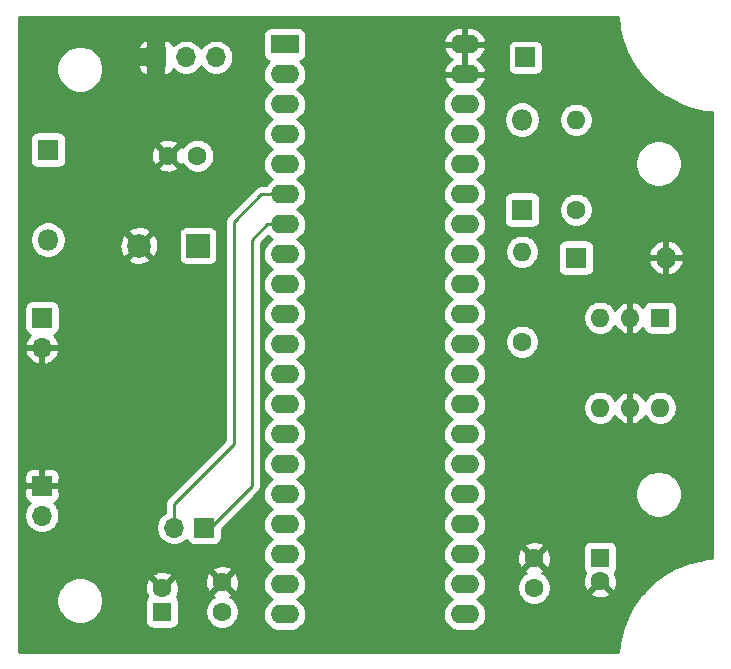
<source format=gbr>
%TF.GenerationSoftware,KiCad,Pcbnew,(5.1.6)-1*%
%TF.CreationDate,2020-08-29T18:26:14+02:00*%
%TF.ProjectId,ypvs,79707673-2e6b-4696-9361-645f70636258,rev?*%
%TF.SameCoordinates,Original*%
%TF.FileFunction,Copper,L1,Top*%
%TF.FilePolarity,Positive*%
%FSLAX46Y46*%
G04 Gerber Fmt 4.6, Leading zero omitted, Abs format (unit mm)*
G04 Created by KiCad (PCBNEW (5.1.6)-1) date 2020-08-29 18:26:14*
%MOMM*%
%LPD*%
G01*
G04 APERTURE LIST*
%TA.AperFunction,ComponentPad*%
%ADD10R,1.600000X1.600000*%
%TD*%
%TA.AperFunction,ComponentPad*%
%ADD11O,1.600000X1.600000*%
%TD*%
%TA.AperFunction,ComponentPad*%
%ADD12C,1.600000*%
%TD*%
%TA.AperFunction,ComponentPad*%
%ADD13R,2.000000X2.000000*%
%TD*%
%TA.AperFunction,ComponentPad*%
%ADD14C,2.000000*%
%TD*%
%TA.AperFunction,ComponentPad*%
%ADD15R,1.800000X1.800000*%
%TD*%
%TA.AperFunction,ComponentPad*%
%ADD16O,1.800000X1.800000*%
%TD*%
%TA.AperFunction,ComponentPad*%
%ADD17R,1.700000X1.700000*%
%TD*%
%TA.AperFunction,ComponentPad*%
%ADD18O,1.700000X1.700000*%
%TD*%
%TA.AperFunction,ComponentPad*%
%ADD19R,2.400000X1.600000*%
%TD*%
%TA.AperFunction,ComponentPad*%
%ADD20O,2.400000X1.600000*%
%TD*%
%TA.AperFunction,Conductor*%
%ADD21C,1.524000*%
%TD*%
%TA.AperFunction,Conductor*%
%ADD22C,0.254000*%
%TD*%
G04 APERTURE END LIST*
D10*
%TO.P,U3,1*%
%TO.N,Net-(R2-Pad1)*%
X71120000Y-98044000D03*
D11*
%TO.P,U3,4*%
%TO.N,RPM_Input*%
X66040000Y-105664000D03*
%TO.P,U3,2*%
%TO.N,GND*%
X68580000Y-98044000D03*
%TO.P,U3,5*%
X68580000Y-105664000D03*
%TO.P,U3,3*%
%TO.N,Net-(U3-Pad3)*%
X66040000Y-98044000D03*
%TO.P,U3,6*%
%TO.N,+3V3*%
X71120000Y-105664000D03*
%TD*%
D12*
%TO.P,C1,2*%
%TO.N,GND*%
X28956000Y-120936000D03*
D10*
%TO.P,C1,1*%
%TO.N,+12V*%
X28956000Y-122936000D03*
%TD*%
D12*
%TO.P,C2,2*%
%TO.N,GND*%
X34036000Y-120436000D03*
%TO.P,C2,1*%
%TO.N,+12V*%
X34036000Y-122936000D03*
%TD*%
%TO.P,C3,1*%
%TO.N,+3V3*%
X60452000Y-120904000D03*
%TO.P,C3,2*%
%TO.N,GND*%
X60452000Y-118404000D03*
%TD*%
D10*
%TO.P,C4,1*%
%TO.N,+3V3*%
X66040000Y-118364000D03*
D12*
%TO.P,C4,2*%
%TO.N,GND*%
X66040000Y-120364000D03*
%TD*%
%TO.P,C5,1*%
%TO.N,GND*%
X29464000Y-84328000D03*
%TO.P,C5,2*%
%TO.N,+6V*%
X31964000Y-84328000D03*
%TD*%
D13*
%TO.P,C6,1*%
%TO.N,+6V*%
X32004000Y-91948000D03*
D14*
%TO.P,C6,2*%
%TO.N,GND*%
X27004000Y-91948000D03*
%TD*%
D15*
%TO.P,D1,1*%
%TO.N,Net-(D1-Pad1)*%
X59436000Y-88900000D03*
D16*
%TO.P,D1,2*%
%TO.N,Net-(D1-Pad2)*%
X59436000Y-81280000D03*
%TD*%
%TO.P,D2,2*%
%TO.N,GND*%
X71628000Y-92964000D03*
D15*
%TO.P,D2,1*%
%TO.N,Net-(D2-Pad1)*%
X64008000Y-92964000D03*
%TD*%
D17*
%TO.P,J1,1*%
%TO.N,GND*%
X28448000Y-76000000D03*
D18*
%TO.P,J1,2*%
%TO.N,Net-(D3-Pad1)*%
X30988000Y-76000000D03*
%TO.P,J1,3*%
%TO.N,Servo_PWM*%
X33528000Y-76000000D03*
%TD*%
%TO.P,J2,2*%
%TO.N,GND*%
X18796000Y-100584000D03*
D17*
%TO.P,J2,1*%
%TO.N,+6V*%
X18796000Y-98044000D03*
%TD*%
%TO.P,J3,1*%
%TO.N,Net-(D1-Pad2)*%
X59715400Y-76000000D03*
%TD*%
%TO.P,J4,1*%
%TO.N,GND*%
X18796000Y-112268000D03*
D18*
%TO.P,J4,2*%
%TO.N,+12V*%
X18796000Y-114808000D03*
%TD*%
D11*
%TO.P,R1,2*%
%TO.N,Net-(D1-Pad1)*%
X64008000Y-81280000D03*
D12*
%TO.P,R1,1*%
%TO.N,Net-(D2-Pad1)*%
X64008000Y-88900000D03*
%TD*%
%TO.P,R2,1*%
%TO.N,Net-(R2-Pad1)*%
X59436000Y-100076000D03*
D11*
%TO.P,R2,2*%
%TO.N,Net-(D2-Pad1)*%
X59436000Y-92456000D03*
%TD*%
D19*
%TO.P,U1,1*%
%TO.N,Net-(U1-Pad1)*%
X39344600Y-74904600D03*
D20*
%TO.P,U1,21*%
%TO.N,Net-(U1-Pad21)*%
X54584600Y-123164600D03*
%TO.P,U1,2*%
%TO.N,Net-(U1-Pad2)*%
X39344600Y-77444600D03*
%TO.P,U1,22*%
%TO.N,Net-(U1-Pad22)*%
X54584600Y-120624600D03*
%TO.P,U1,3*%
%TO.N,Net-(U1-Pad3)*%
X39344600Y-79984600D03*
%TO.P,U1,23*%
%TO.N,Net-(U1-Pad23)*%
X54584600Y-118084600D03*
%TO.P,U1,4*%
%TO.N,Net-(U1-Pad4)*%
X39344600Y-82524600D03*
%TO.P,U1,24*%
%TO.N,Net-(U1-Pad24)*%
X54584600Y-115544600D03*
%TO.P,U1,5*%
%TO.N,Net-(U1-Pad5)*%
X39344600Y-85064600D03*
%TO.P,U1,25*%
%TO.N,RPM_Input*%
X54584600Y-113004600D03*
%TO.P,U1,6*%
%TO.N,Net-(J5-Pad2)*%
X39344600Y-87604600D03*
%TO.P,U1,26*%
%TO.N,Net-(U1-Pad26)*%
X54584600Y-110464600D03*
%TO.P,U1,7*%
%TO.N,Net-(J5-Pad1)*%
X39344600Y-90144600D03*
%TO.P,U1,27*%
%TO.N,Net-(U1-Pad27)*%
X54584600Y-107924600D03*
%TO.P,U1,8*%
%TO.N,Net-(U1-Pad8)*%
X39344600Y-92684600D03*
%TO.P,U1,28*%
%TO.N,Net-(U1-Pad28)*%
X54584600Y-105384600D03*
%TO.P,U1,9*%
%TO.N,Net-(U1-Pad9)*%
X39344600Y-95224600D03*
%TO.P,U1,29*%
%TO.N,Net-(U1-Pad29)*%
X54584600Y-102844600D03*
%TO.P,U1,10*%
%TO.N,Net-(U1-Pad10)*%
X39344600Y-97764600D03*
%TO.P,U1,30*%
%TO.N,Net-(U1-Pad30)*%
X54584600Y-100304600D03*
%TO.P,U1,11*%
%TO.N,Net-(U1-Pad11)*%
X39344600Y-100304600D03*
%TO.P,U1,31*%
%TO.N,Net-(U1-Pad31)*%
X54584600Y-97764600D03*
%TO.P,U1,12*%
%TO.N,Net-(U1-Pad12)*%
X39344600Y-102844600D03*
%TO.P,U1,32*%
%TO.N,Net-(U1-Pad32)*%
X54584600Y-95224600D03*
%TO.P,U1,13*%
%TO.N,Servo_PWM*%
X39344600Y-105384600D03*
%TO.P,U1,33*%
%TO.N,Net-(U1-Pad33)*%
X54584600Y-92684600D03*
%TO.P,U1,14*%
%TO.N,Net-(U1-Pad14)*%
X39344600Y-107924600D03*
%TO.P,U1,34*%
%TO.N,Net-(U1-Pad34)*%
X54584600Y-90144600D03*
%TO.P,U1,15*%
%TO.N,Net-(U1-Pad15)*%
X39344600Y-110464600D03*
%TO.P,U1,35*%
%TO.N,Net-(U1-Pad35)*%
X54584600Y-87604600D03*
%TO.P,U1,16*%
%TO.N,Net-(U1-Pad16)*%
X39344600Y-113004600D03*
%TO.P,U1,36*%
%TO.N,Net-(U1-Pad36)*%
X54584600Y-85064600D03*
%TO.P,U1,17*%
%TO.N,Net-(U1-Pad17)*%
X39344600Y-115544600D03*
%TO.P,U1,37*%
%TO.N,Net-(U1-Pad37)*%
X54584600Y-82524600D03*
%TO.P,U1,18*%
%TO.N,Net-(U1-Pad18)*%
X39344600Y-118084600D03*
%TO.P,U1,38*%
%TO.N,+3V3*%
X54584600Y-79984600D03*
%TO.P,U1,19*%
%TO.N,Net-(U1-Pad19)*%
X39344600Y-120624600D03*
%TO.P,U1,39*%
%TO.N,GND*%
X54584600Y-77444600D03*
%TO.P,U1,20*%
%TO.N,+3V3*%
X39344600Y-123164600D03*
%TO.P,U1,40*%
%TO.N,GND*%
X54584600Y-74904600D03*
%TD*%
D15*
%TO.P,D3,1*%
%TO.N,Net-(D3-Pad1)*%
X19304000Y-83820000D03*
D16*
%TO.P,D3,2*%
%TO.N,+6V*%
X19304000Y-91440000D03*
%TD*%
D17*
%TO.P,J5,1*%
%TO.N,Net-(J5-Pad1)*%
X32512000Y-115824000D03*
D18*
%TO.P,J5,2*%
%TO.N,Net-(J5-Pad2)*%
X29972000Y-115824000D03*
%TD*%
D21*
%TO.N,GND*%
X28448000Y-76000000D02*
X26870000Y-76000000D01*
X28448000Y-76000000D02*
X28448000Y-78232000D01*
X28448000Y-76000000D02*
X28448000Y-74168000D01*
X28448000Y-74168000D02*
X27940000Y-73660000D01*
D22*
%TO.N,Net-(J5-Pad1)*%
X32512000Y-115824000D02*
X33020000Y-115824000D01*
X33020000Y-115824000D02*
X36576000Y-112268000D01*
X36576000Y-112268000D02*
X36576000Y-91440000D01*
X37871400Y-90144600D02*
X39344600Y-90144600D01*
X36576000Y-91440000D02*
X37871400Y-90144600D01*
%TO.N,Net-(J5-Pad2)*%
X29972000Y-115824000D02*
X29972000Y-113792000D01*
X29972000Y-113792000D02*
X35052000Y-108712000D01*
X35052000Y-108712000D02*
X35052000Y-89916000D01*
X37363400Y-87604600D02*
X39344600Y-87604600D01*
X35052000Y-89916000D02*
X37363400Y-87604600D01*
%TD*%
%TO.N,GND*%
G36*
X67643247Y-73398814D02*
G01*
X67647106Y-73421536D01*
X67649371Y-73444473D01*
X67658665Y-73489592D01*
X67923975Y-74582980D01*
X67930959Y-74604945D01*
X67936394Y-74627342D01*
X67951877Y-74670730D01*
X68366775Y-75716554D01*
X68376749Y-75737335D01*
X68385247Y-75758756D01*
X68406617Y-75799566D01*
X68963029Y-76777469D01*
X68975796Y-76796657D01*
X68987194Y-76816689D01*
X69014036Y-76854128D01*
X69701130Y-77745077D01*
X69716444Y-77762302D01*
X69730519Y-77780553D01*
X69762311Y-77813892D01*
X70566713Y-78600544D01*
X70584283Y-78615477D01*
X70600754Y-78631584D01*
X70636861Y-78660162D01*
X70636875Y-78660174D01*
X70636882Y-78660179D01*
X71542931Y-79327221D01*
X71562406Y-79339562D01*
X71580961Y-79353222D01*
X71620710Y-79376507D01*
X72610783Y-79910963D01*
X72631786Y-79920473D01*
X72652060Y-79931417D01*
X72694663Y-79948943D01*
X73749482Y-80340406D01*
X73771602Y-80346900D01*
X73793205Y-80354917D01*
X73837832Y-80366343D01*
X74936867Y-80607194D01*
X74959673Y-80610546D01*
X74982184Y-80615479D01*
X75027967Y-80620583D01*
X75540000Y-80659630D01*
X75540001Y-118384990D01*
X74913911Y-118437570D01*
X74878064Y-118443152D01*
X74842074Y-118447603D01*
X74821797Y-118451913D01*
X74821793Y-118451914D01*
X74821790Y-118451915D01*
X73720285Y-118704203D01*
X73685591Y-118714777D01*
X73650577Y-118724258D01*
X73631106Y-118731383D01*
X72576134Y-119136360D01*
X72543247Y-119151731D01*
X72509949Y-119166037D01*
X72491684Y-119175830D01*
X72491676Y-119175834D01*
X72491670Y-119175838D01*
X71504291Y-119725417D01*
X71473910Y-119745260D01*
X71442946Y-119764124D01*
X71426236Y-119776398D01*
X70526139Y-120459623D01*
X70498868Y-120483539D01*
X70470861Y-120506586D01*
X70456047Y-120521092D01*
X69661196Y-121324326D01*
X69637563Y-121351851D01*
X69613087Y-121378609D01*
X69600465Y-121395058D01*
X68926720Y-122302273D01*
X68907196Y-122332862D01*
X68886739Y-122362795D01*
X68876566Y-122380849D01*
X68876561Y-122380857D01*
X68876561Y-122380858D01*
X68337366Y-123373954D01*
X68322344Y-123406992D01*
X68306312Y-123439504D01*
X68298786Y-123458806D01*
X68298779Y-123458821D01*
X68298775Y-123458834D01*
X67904892Y-124517983D01*
X67894680Y-124552791D01*
X67883383Y-124587255D01*
X67878653Y-124607424D01*
X67878648Y-124607441D01*
X67878646Y-124607455D01*
X67637927Y-125711535D01*
X67632723Y-125747430D01*
X67626393Y-125783147D01*
X67624550Y-125803799D01*
X67586718Y-126319043D01*
X16846200Y-126314658D01*
X16846200Y-121804495D01*
X20015000Y-121804495D01*
X20015000Y-122195505D01*
X20091282Y-122579003D01*
X20240915Y-122940250D01*
X20458149Y-123265364D01*
X20734636Y-123541851D01*
X21059750Y-123759085D01*
X21420997Y-123908718D01*
X21804495Y-123985000D01*
X22195505Y-123985000D01*
X22579003Y-123908718D01*
X22940250Y-123759085D01*
X23265364Y-123541851D01*
X23541851Y-123265364D01*
X23759085Y-122940250D01*
X23908718Y-122579003D01*
X23985000Y-122195505D01*
X23985000Y-121804495D01*
X23908718Y-121420997D01*
X23759085Y-121059750D01*
X23723513Y-121006512D01*
X27515783Y-121006512D01*
X27557213Y-121286130D01*
X27652397Y-121552292D01*
X27717616Y-121674309D01*
X27704815Y-121684815D01*
X27625463Y-121781506D01*
X27566498Y-121891820D01*
X27530188Y-122011518D01*
X27517928Y-122136000D01*
X27517928Y-123736000D01*
X27530188Y-123860482D01*
X27566498Y-123980180D01*
X27625463Y-124090494D01*
X27704815Y-124187185D01*
X27801506Y-124266537D01*
X27911820Y-124325502D01*
X28031518Y-124361812D01*
X28156000Y-124374072D01*
X29756000Y-124374072D01*
X29880482Y-124361812D01*
X30000180Y-124325502D01*
X30110494Y-124266537D01*
X30207185Y-124187185D01*
X30286537Y-124090494D01*
X30345502Y-123980180D01*
X30381812Y-123860482D01*
X30394072Y-123736000D01*
X30394072Y-122794665D01*
X32601000Y-122794665D01*
X32601000Y-123077335D01*
X32656147Y-123354574D01*
X32764320Y-123615727D01*
X32921363Y-123850759D01*
X33121241Y-124050637D01*
X33356273Y-124207680D01*
X33617426Y-124315853D01*
X33894665Y-124371000D01*
X34177335Y-124371000D01*
X34454574Y-124315853D01*
X34715727Y-124207680D01*
X34950759Y-124050637D01*
X35150637Y-123850759D01*
X35307680Y-123615727D01*
X35415853Y-123354574D01*
X35471000Y-123077335D01*
X35471000Y-122794665D01*
X35415853Y-122517426D01*
X35307680Y-122256273D01*
X35150637Y-122021241D01*
X34950759Y-121821363D01*
X34750131Y-121687308D01*
X34777514Y-121672671D01*
X34849097Y-121428702D01*
X34036000Y-120615605D01*
X33222903Y-121428702D01*
X33294486Y-121672671D01*
X33323341Y-121686324D01*
X33121241Y-121821363D01*
X32921363Y-122021241D01*
X32764320Y-122256273D01*
X32656147Y-122517426D01*
X32601000Y-122794665D01*
X30394072Y-122794665D01*
X30394072Y-122136000D01*
X30381812Y-122011518D01*
X30345502Y-121891820D01*
X30286537Y-121781506D01*
X30207185Y-121684815D01*
X30194242Y-121674193D01*
X30313571Y-121422004D01*
X30382300Y-121147816D01*
X30396217Y-120865488D01*
X30354787Y-120585870D01*
X30326408Y-120506512D01*
X32595783Y-120506512D01*
X32637213Y-120786130D01*
X32732397Y-121052292D01*
X32799329Y-121177514D01*
X33043298Y-121249097D01*
X33856395Y-120436000D01*
X34215605Y-120436000D01*
X35028702Y-121249097D01*
X35272671Y-121177514D01*
X35393571Y-120922004D01*
X35462300Y-120647816D01*
X35476217Y-120365488D01*
X35434787Y-120085870D01*
X35339603Y-119819708D01*
X35272671Y-119694486D01*
X35028702Y-119622903D01*
X34215605Y-120436000D01*
X33856395Y-120436000D01*
X33043298Y-119622903D01*
X32799329Y-119694486D01*
X32678429Y-119949996D01*
X32609700Y-120224184D01*
X32595783Y-120506512D01*
X30326408Y-120506512D01*
X30259603Y-120319708D01*
X30192671Y-120194486D01*
X29948702Y-120122903D01*
X29135605Y-120936000D01*
X29149748Y-120950143D01*
X28970143Y-121129748D01*
X28956000Y-121115605D01*
X28941858Y-121129748D01*
X28762253Y-120950143D01*
X28776395Y-120936000D01*
X27963298Y-120122903D01*
X27719329Y-120194486D01*
X27598429Y-120449996D01*
X27529700Y-120724184D01*
X27515783Y-121006512D01*
X23723513Y-121006512D01*
X23541851Y-120734636D01*
X23265364Y-120458149D01*
X22940250Y-120240915D01*
X22579003Y-120091282D01*
X22195505Y-120015000D01*
X21804495Y-120015000D01*
X21420997Y-120091282D01*
X21059750Y-120240915D01*
X20734636Y-120458149D01*
X20458149Y-120734636D01*
X20240915Y-121059750D01*
X20091282Y-121420997D01*
X20015000Y-121804495D01*
X16846200Y-121804495D01*
X16846200Y-119943298D01*
X28142903Y-119943298D01*
X28956000Y-120756395D01*
X29769097Y-119943298D01*
X29697514Y-119699329D01*
X29442004Y-119578429D01*
X29167816Y-119509700D01*
X28885488Y-119495783D01*
X28605870Y-119537213D01*
X28339708Y-119632397D01*
X28214486Y-119699329D01*
X28142903Y-119943298D01*
X16846200Y-119943298D01*
X16846200Y-119443298D01*
X33222903Y-119443298D01*
X34036000Y-120256395D01*
X34849097Y-119443298D01*
X34777514Y-119199329D01*
X34522004Y-119078429D01*
X34247816Y-119009700D01*
X33965488Y-118995783D01*
X33685870Y-119037213D01*
X33419708Y-119132397D01*
X33294486Y-119199329D01*
X33222903Y-119443298D01*
X16846200Y-119443298D01*
X16846200Y-113118000D01*
X17307928Y-113118000D01*
X17320188Y-113242482D01*
X17356498Y-113362180D01*
X17415463Y-113472494D01*
X17494815Y-113569185D01*
X17591506Y-113648537D01*
X17701820Y-113707502D01*
X17774380Y-113729513D01*
X17642525Y-113861368D01*
X17480010Y-114104589D01*
X17368068Y-114374842D01*
X17311000Y-114661740D01*
X17311000Y-114954260D01*
X17368068Y-115241158D01*
X17480010Y-115511411D01*
X17642525Y-115754632D01*
X17849368Y-115961475D01*
X18092589Y-116123990D01*
X18362842Y-116235932D01*
X18649740Y-116293000D01*
X18942260Y-116293000D01*
X19229158Y-116235932D01*
X19499411Y-116123990D01*
X19742632Y-115961475D01*
X19949475Y-115754632D01*
X20000852Y-115677740D01*
X28487000Y-115677740D01*
X28487000Y-115970260D01*
X28544068Y-116257158D01*
X28656010Y-116527411D01*
X28818525Y-116770632D01*
X29025368Y-116977475D01*
X29268589Y-117139990D01*
X29538842Y-117251932D01*
X29825740Y-117309000D01*
X30118260Y-117309000D01*
X30405158Y-117251932D01*
X30675411Y-117139990D01*
X30918632Y-116977475D01*
X31050487Y-116845620D01*
X31072498Y-116918180D01*
X31131463Y-117028494D01*
X31210815Y-117125185D01*
X31307506Y-117204537D01*
X31417820Y-117263502D01*
X31537518Y-117299812D01*
X31662000Y-117312072D01*
X33362000Y-117312072D01*
X33486482Y-117299812D01*
X33606180Y-117263502D01*
X33716494Y-117204537D01*
X33813185Y-117125185D01*
X33892537Y-117028494D01*
X33951502Y-116918180D01*
X33987812Y-116798482D01*
X34000072Y-116674000D01*
X34000072Y-115921558D01*
X37088353Y-112833278D01*
X37117422Y-112809422D01*
X37212645Y-112693392D01*
X37283402Y-112561015D01*
X37326974Y-112417378D01*
X37338000Y-112305426D01*
X37338000Y-112305424D01*
X37341686Y-112268001D01*
X37338000Y-112230578D01*
X37338000Y-91755630D01*
X37927426Y-91166205D01*
X38143499Y-91343532D01*
X38276458Y-91414600D01*
X38143499Y-91485668D01*
X37924992Y-91664992D01*
X37745668Y-91883499D01*
X37612418Y-92132792D01*
X37530364Y-92403291D01*
X37502657Y-92684600D01*
X37530364Y-92965909D01*
X37612418Y-93236408D01*
X37745668Y-93485701D01*
X37924992Y-93704208D01*
X38143499Y-93883532D01*
X38276458Y-93954600D01*
X38143499Y-94025668D01*
X37924992Y-94204992D01*
X37745668Y-94423499D01*
X37612418Y-94672792D01*
X37530364Y-94943291D01*
X37502657Y-95224600D01*
X37530364Y-95505909D01*
X37612418Y-95776408D01*
X37745668Y-96025701D01*
X37924992Y-96244208D01*
X38143499Y-96423532D01*
X38276458Y-96494600D01*
X38143499Y-96565668D01*
X37924992Y-96744992D01*
X37745668Y-96963499D01*
X37612418Y-97212792D01*
X37530364Y-97483291D01*
X37502657Y-97764600D01*
X37530364Y-98045909D01*
X37612418Y-98316408D01*
X37745668Y-98565701D01*
X37924992Y-98784208D01*
X38143499Y-98963532D01*
X38276458Y-99034600D01*
X38143499Y-99105668D01*
X37924992Y-99284992D01*
X37745668Y-99503499D01*
X37612418Y-99752792D01*
X37530364Y-100023291D01*
X37502657Y-100304600D01*
X37530364Y-100585909D01*
X37612418Y-100856408D01*
X37745668Y-101105701D01*
X37924992Y-101324208D01*
X38143499Y-101503532D01*
X38276458Y-101574600D01*
X38143499Y-101645668D01*
X37924992Y-101824992D01*
X37745668Y-102043499D01*
X37612418Y-102292792D01*
X37530364Y-102563291D01*
X37502657Y-102844600D01*
X37530364Y-103125909D01*
X37612418Y-103396408D01*
X37745668Y-103645701D01*
X37924992Y-103864208D01*
X38143499Y-104043532D01*
X38276458Y-104114600D01*
X38143499Y-104185668D01*
X37924992Y-104364992D01*
X37745668Y-104583499D01*
X37612418Y-104832792D01*
X37530364Y-105103291D01*
X37502657Y-105384600D01*
X37530364Y-105665909D01*
X37612418Y-105936408D01*
X37745668Y-106185701D01*
X37924992Y-106404208D01*
X38143499Y-106583532D01*
X38276458Y-106654600D01*
X38143499Y-106725668D01*
X37924992Y-106904992D01*
X37745668Y-107123499D01*
X37612418Y-107372792D01*
X37530364Y-107643291D01*
X37502657Y-107924600D01*
X37530364Y-108205909D01*
X37612418Y-108476408D01*
X37745668Y-108725701D01*
X37924992Y-108944208D01*
X38143499Y-109123532D01*
X38276458Y-109194600D01*
X38143499Y-109265668D01*
X37924992Y-109444992D01*
X37745668Y-109663499D01*
X37612418Y-109912792D01*
X37530364Y-110183291D01*
X37502657Y-110464600D01*
X37530364Y-110745909D01*
X37612418Y-111016408D01*
X37745668Y-111265701D01*
X37924992Y-111484208D01*
X38143499Y-111663532D01*
X38276458Y-111734600D01*
X38143499Y-111805668D01*
X37924992Y-111984992D01*
X37745668Y-112203499D01*
X37612418Y-112452792D01*
X37530364Y-112723291D01*
X37502657Y-113004600D01*
X37530364Y-113285909D01*
X37612418Y-113556408D01*
X37745668Y-113805701D01*
X37924992Y-114024208D01*
X38143499Y-114203532D01*
X38276458Y-114274600D01*
X38143499Y-114345668D01*
X37924992Y-114524992D01*
X37745668Y-114743499D01*
X37612418Y-114992792D01*
X37530364Y-115263291D01*
X37502657Y-115544600D01*
X37530364Y-115825909D01*
X37612418Y-116096408D01*
X37745668Y-116345701D01*
X37924992Y-116564208D01*
X38143499Y-116743532D01*
X38276458Y-116814600D01*
X38143499Y-116885668D01*
X37924992Y-117064992D01*
X37745668Y-117283499D01*
X37612418Y-117532792D01*
X37530364Y-117803291D01*
X37502657Y-118084600D01*
X37530364Y-118365909D01*
X37612418Y-118636408D01*
X37745668Y-118885701D01*
X37924992Y-119104208D01*
X38143499Y-119283532D01*
X38276458Y-119354600D01*
X38143499Y-119425668D01*
X37924992Y-119604992D01*
X37745668Y-119823499D01*
X37612418Y-120072792D01*
X37530364Y-120343291D01*
X37502657Y-120624600D01*
X37530364Y-120905909D01*
X37612418Y-121176408D01*
X37745668Y-121425701D01*
X37924992Y-121644208D01*
X38143499Y-121823532D01*
X38276458Y-121894600D01*
X38143499Y-121965668D01*
X37924992Y-122144992D01*
X37745668Y-122363499D01*
X37612418Y-122612792D01*
X37530364Y-122883291D01*
X37502657Y-123164600D01*
X37530364Y-123445909D01*
X37612418Y-123716408D01*
X37745668Y-123965701D01*
X37924992Y-124184208D01*
X38143499Y-124363532D01*
X38392792Y-124496782D01*
X38663291Y-124578836D01*
X38874108Y-124599600D01*
X39815092Y-124599600D01*
X40025909Y-124578836D01*
X40296408Y-124496782D01*
X40545701Y-124363532D01*
X40764208Y-124184208D01*
X40943532Y-123965701D01*
X41076782Y-123716408D01*
X41158836Y-123445909D01*
X41186543Y-123164600D01*
X41158836Y-122883291D01*
X41076782Y-122612792D01*
X40943532Y-122363499D01*
X40764208Y-122144992D01*
X40545701Y-121965668D01*
X40412742Y-121894600D01*
X40545701Y-121823532D01*
X40764208Y-121644208D01*
X40943532Y-121425701D01*
X41076782Y-121176408D01*
X41158836Y-120905909D01*
X41186543Y-120624600D01*
X41158836Y-120343291D01*
X41076782Y-120072792D01*
X40943532Y-119823499D01*
X40764208Y-119604992D01*
X40545701Y-119425668D01*
X40412742Y-119354600D01*
X40545701Y-119283532D01*
X40764208Y-119104208D01*
X40943532Y-118885701D01*
X41076782Y-118636408D01*
X41158836Y-118365909D01*
X41186543Y-118084600D01*
X41158836Y-117803291D01*
X41076782Y-117532792D01*
X40943532Y-117283499D01*
X40764208Y-117064992D01*
X40545701Y-116885668D01*
X40412742Y-116814600D01*
X40545701Y-116743532D01*
X40764208Y-116564208D01*
X40943532Y-116345701D01*
X41076782Y-116096408D01*
X41158836Y-115825909D01*
X41186543Y-115544600D01*
X41158836Y-115263291D01*
X41076782Y-114992792D01*
X40943532Y-114743499D01*
X40764208Y-114524992D01*
X40545701Y-114345668D01*
X40412742Y-114274600D01*
X40545701Y-114203532D01*
X40764208Y-114024208D01*
X40943532Y-113805701D01*
X41076782Y-113556408D01*
X41158836Y-113285909D01*
X41186543Y-113004600D01*
X41158836Y-112723291D01*
X41076782Y-112452792D01*
X40943532Y-112203499D01*
X40764208Y-111984992D01*
X40545701Y-111805668D01*
X40412742Y-111734600D01*
X40545701Y-111663532D01*
X40764208Y-111484208D01*
X40943532Y-111265701D01*
X41076782Y-111016408D01*
X41158836Y-110745909D01*
X41186543Y-110464600D01*
X41158836Y-110183291D01*
X41076782Y-109912792D01*
X40943532Y-109663499D01*
X40764208Y-109444992D01*
X40545701Y-109265668D01*
X40412742Y-109194600D01*
X40545701Y-109123532D01*
X40764208Y-108944208D01*
X40943532Y-108725701D01*
X41076782Y-108476408D01*
X41158836Y-108205909D01*
X41186543Y-107924600D01*
X41158836Y-107643291D01*
X41076782Y-107372792D01*
X40943532Y-107123499D01*
X40764208Y-106904992D01*
X40545701Y-106725668D01*
X40412742Y-106654600D01*
X40545701Y-106583532D01*
X40764208Y-106404208D01*
X40943532Y-106185701D01*
X41076782Y-105936408D01*
X41158836Y-105665909D01*
X41186543Y-105384600D01*
X41158836Y-105103291D01*
X41076782Y-104832792D01*
X40943532Y-104583499D01*
X40764208Y-104364992D01*
X40545701Y-104185668D01*
X40412742Y-104114600D01*
X40545701Y-104043532D01*
X40764208Y-103864208D01*
X40943532Y-103645701D01*
X41076782Y-103396408D01*
X41158836Y-103125909D01*
X41186543Y-102844600D01*
X41158836Y-102563291D01*
X41076782Y-102292792D01*
X40943532Y-102043499D01*
X40764208Y-101824992D01*
X40545701Y-101645668D01*
X40412742Y-101574600D01*
X40545701Y-101503532D01*
X40764208Y-101324208D01*
X40943532Y-101105701D01*
X41076782Y-100856408D01*
X41158836Y-100585909D01*
X41186543Y-100304600D01*
X41158836Y-100023291D01*
X41076782Y-99752792D01*
X40943532Y-99503499D01*
X40764208Y-99284992D01*
X40545701Y-99105668D01*
X40412742Y-99034600D01*
X40545701Y-98963532D01*
X40764208Y-98784208D01*
X40943532Y-98565701D01*
X41076782Y-98316408D01*
X41158836Y-98045909D01*
X41186543Y-97764600D01*
X41158836Y-97483291D01*
X41076782Y-97212792D01*
X40943532Y-96963499D01*
X40764208Y-96744992D01*
X40545701Y-96565668D01*
X40412742Y-96494600D01*
X40545701Y-96423532D01*
X40764208Y-96244208D01*
X40943532Y-96025701D01*
X41076782Y-95776408D01*
X41158836Y-95505909D01*
X41186543Y-95224600D01*
X41158836Y-94943291D01*
X41076782Y-94672792D01*
X40943532Y-94423499D01*
X40764208Y-94204992D01*
X40545701Y-94025668D01*
X40412742Y-93954600D01*
X40545701Y-93883532D01*
X40764208Y-93704208D01*
X40943532Y-93485701D01*
X41076782Y-93236408D01*
X41158836Y-92965909D01*
X41186543Y-92684600D01*
X41158836Y-92403291D01*
X41076782Y-92132792D01*
X40943532Y-91883499D01*
X40764208Y-91664992D01*
X40545701Y-91485668D01*
X40412742Y-91414600D01*
X40545701Y-91343532D01*
X40764208Y-91164208D01*
X40943532Y-90945701D01*
X41076782Y-90696408D01*
X41158836Y-90425909D01*
X41186543Y-90144600D01*
X41158836Y-89863291D01*
X41076782Y-89592792D01*
X40943532Y-89343499D01*
X40764208Y-89124992D01*
X40545701Y-88945668D01*
X40412742Y-88874600D01*
X40545701Y-88803532D01*
X40764208Y-88624208D01*
X40943532Y-88405701D01*
X41076782Y-88156408D01*
X41158836Y-87885909D01*
X41186543Y-87604600D01*
X41158836Y-87323291D01*
X41076782Y-87052792D01*
X40943532Y-86803499D01*
X40764208Y-86584992D01*
X40545701Y-86405668D01*
X40412742Y-86334600D01*
X40545701Y-86263532D01*
X40764208Y-86084208D01*
X40943532Y-85865701D01*
X41076782Y-85616408D01*
X41158836Y-85345909D01*
X41186543Y-85064600D01*
X41158836Y-84783291D01*
X41076782Y-84512792D01*
X40943532Y-84263499D01*
X40764208Y-84044992D01*
X40545701Y-83865668D01*
X40412742Y-83794600D01*
X40545701Y-83723532D01*
X40764208Y-83544208D01*
X40943532Y-83325701D01*
X41076782Y-83076408D01*
X41158836Y-82805909D01*
X41186543Y-82524600D01*
X41158836Y-82243291D01*
X41076782Y-81972792D01*
X40943532Y-81723499D01*
X40764208Y-81504992D01*
X40545701Y-81325668D01*
X40412742Y-81254600D01*
X40545701Y-81183532D01*
X40764208Y-81004208D01*
X40943532Y-80785701D01*
X41076782Y-80536408D01*
X41158836Y-80265909D01*
X41186543Y-79984600D01*
X52742657Y-79984600D01*
X52770364Y-80265909D01*
X52852418Y-80536408D01*
X52985668Y-80785701D01*
X53164992Y-81004208D01*
X53383499Y-81183532D01*
X53516458Y-81254600D01*
X53383499Y-81325668D01*
X53164992Y-81504992D01*
X52985668Y-81723499D01*
X52852418Y-81972792D01*
X52770364Y-82243291D01*
X52742657Y-82524600D01*
X52770364Y-82805909D01*
X52852418Y-83076408D01*
X52985668Y-83325701D01*
X53164992Y-83544208D01*
X53383499Y-83723532D01*
X53516458Y-83794600D01*
X53383499Y-83865668D01*
X53164992Y-84044992D01*
X52985668Y-84263499D01*
X52852418Y-84512792D01*
X52770364Y-84783291D01*
X52742657Y-85064600D01*
X52770364Y-85345909D01*
X52852418Y-85616408D01*
X52985668Y-85865701D01*
X53164992Y-86084208D01*
X53383499Y-86263532D01*
X53516458Y-86334600D01*
X53383499Y-86405668D01*
X53164992Y-86584992D01*
X52985668Y-86803499D01*
X52852418Y-87052792D01*
X52770364Y-87323291D01*
X52742657Y-87604600D01*
X52770364Y-87885909D01*
X52852418Y-88156408D01*
X52985668Y-88405701D01*
X53164992Y-88624208D01*
X53383499Y-88803532D01*
X53516458Y-88874600D01*
X53383499Y-88945668D01*
X53164992Y-89124992D01*
X52985668Y-89343499D01*
X52852418Y-89592792D01*
X52770364Y-89863291D01*
X52742657Y-90144600D01*
X52770364Y-90425909D01*
X52852418Y-90696408D01*
X52985668Y-90945701D01*
X53164992Y-91164208D01*
X53383499Y-91343532D01*
X53516458Y-91414600D01*
X53383499Y-91485668D01*
X53164992Y-91664992D01*
X52985668Y-91883499D01*
X52852418Y-92132792D01*
X52770364Y-92403291D01*
X52742657Y-92684600D01*
X52770364Y-92965909D01*
X52852418Y-93236408D01*
X52985668Y-93485701D01*
X53164992Y-93704208D01*
X53383499Y-93883532D01*
X53516458Y-93954600D01*
X53383499Y-94025668D01*
X53164992Y-94204992D01*
X52985668Y-94423499D01*
X52852418Y-94672792D01*
X52770364Y-94943291D01*
X52742657Y-95224600D01*
X52770364Y-95505909D01*
X52852418Y-95776408D01*
X52985668Y-96025701D01*
X53164992Y-96244208D01*
X53383499Y-96423532D01*
X53516458Y-96494600D01*
X53383499Y-96565668D01*
X53164992Y-96744992D01*
X52985668Y-96963499D01*
X52852418Y-97212792D01*
X52770364Y-97483291D01*
X52742657Y-97764600D01*
X52770364Y-98045909D01*
X52852418Y-98316408D01*
X52985668Y-98565701D01*
X53164992Y-98784208D01*
X53383499Y-98963532D01*
X53516458Y-99034600D01*
X53383499Y-99105668D01*
X53164992Y-99284992D01*
X52985668Y-99503499D01*
X52852418Y-99752792D01*
X52770364Y-100023291D01*
X52742657Y-100304600D01*
X52770364Y-100585909D01*
X52852418Y-100856408D01*
X52985668Y-101105701D01*
X53164992Y-101324208D01*
X53383499Y-101503532D01*
X53516458Y-101574600D01*
X53383499Y-101645668D01*
X53164992Y-101824992D01*
X52985668Y-102043499D01*
X52852418Y-102292792D01*
X52770364Y-102563291D01*
X52742657Y-102844600D01*
X52770364Y-103125909D01*
X52852418Y-103396408D01*
X52985668Y-103645701D01*
X53164992Y-103864208D01*
X53383499Y-104043532D01*
X53516458Y-104114600D01*
X53383499Y-104185668D01*
X53164992Y-104364992D01*
X52985668Y-104583499D01*
X52852418Y-104832792D01*
X52770364Y-105103291D01*
X52742657Y-105384600D01*
X52770364Y-105665909D01*
X52852418Y-105936408D01*
X52985668Y-106185701D01*
X53164992Y-106404208D01*
X53383499Y-106583532D01*
X53516458Y-106654600D01*
X53383499Y-106725668D01*
X53164992Y-106904992D01*
X52985668Y-107123499D01*
X52852418Y-107372792D01*
X52770364Y-107643291D01*
X52742657Y-107924600D01*
X52770364Y-108205909D01*
X52852418Y-108476408D01*
X52985668Y-108725701D01*
X53164992Y-108944208D01*
X53383499Y-109123532D01*
X53516458Y-109194600D01*
X53383499Y-109265668D01*
X53164992Y-109444992D01*
X52985668Y-109663499D01*
X52852418Y-109912792D01*
X52770364Y-110183291D01*
X52742657Y-110464600D01*
X52770364Y-110745909D01*
X52852418Y-111016408D01*
X52985668Y-111265701D01*
X53164992Y-111484208D01*
X53383499Y-111663532D01*
X53516458Y-111734600D01*
X53383499Y-111805668D01*
X53164992Y-111984992D01*
X52985668Y-112203499D01*
X52852418Y-112452792D01*
X52770364Y-112723291D01*
X52742657Y-113004600D01*
X52770364Y-113285909D01*
X52852418Y-113556408D01*
X52985668Y-113805701D01*
X53164992Y-114024208D01*
X53383499Y-114203532D01*
X53516458Y-114274600D01*
X53383499Y-114345668D01*
X53164992Y-114524992D01*
X52985668Y-114743499D01*
X52852418Y-114992792D01*
X52770364Y-115263291D01*
X52742657Y-115544600D01*
X52770364Y-115825909D01*
X52852418Y-116096408D01*
X52985668Y-116345701D01*
X53164992Y-116564208D01*
X53383499Y-116743532D01*
X53516458Y-116814600D01*
X53383499Y-116885668D01*
X53164992Y-117064992D01*
X52985668Y-117283499D01*
X52852418Y-117532792D01*
X52770364Y-117803291D01*
X52742657Y-118084600D01*
X52770364Y-118365909D01*
X52852418Y-118636408D01*
X52985668Y-118885701D01*
X53164992Y-119104208D01*
X53383499Y-119283532D01*
X53516458Y-119354600D01*
X53383499Y-119425668D01*
X53164992Y-119604992D01*
X52985668Y-119823499D01*
X52852418Y-120072792D01*
X52770364Y-120343291D01*
X52742657Y-120624600D01*
X52770364Y-120905909D01*
X52852418Y-121176408D01*
X52985668Y-121425701D01*
X53164992Y-121644208D01*
X53383499Y-121823532D01*
X53516458Y-121894600D01*
X53383499Y-121965668D01*
X53164992Y-122144992D01*
X52985668Y-122363499D01*
X52852418Y-122612792D01*
X52770364Y-122883291D01*
X52742657Y-123164600D01*
X52770364Y-123445909D01*
X52852418Y-123716408D01*
X52985668Y-123965701D01*
X53164992Y-124184208D01*
X53383499Y-124363532D01*
X53632792Y-124496782D01*
X53903291Y-124578836D01*
X54114108Y-124599600D01*
X55055092Y-124599600D01*
X55265909Y-124578836D01*
X55536408Y-124496782D01*
X55785701Y-124363532D01*
X56004208Y-124184208D01*
X56183532Y-123965701D01*
X56316782Y-123716408D01*
X56398836Y-123445909D01*
X56426543Y-123164600D01*
X56398836Y-122883291D01*
X56316782Y-122612792D01*
X56183532Y-122363499D01*
X56004208Y-122144992D01*
X55785701Y-121965668D01*
X55652742Y-121894600D01*
X55785701Y-121823532D01*
X56004208Y-121644208D01*
X56183532Y-121425701D01*
X56316782Y-121176408D01*
X56398836Y-120905909D01*
X56412944Y-120762665D01*
X59017000Y-120762665D01*
X59017000Y-121045335D01*
X59072147Y-121322574D01*
X59180320Y-121583727D01*
X59337363Y-121818759D01*
X59537241Y-122018637D01*
X59772273Y-122175680D01*
X60033426Y-122283853D01*
X60310665Y-122339000D01*
X60593335Y-122339000D01*
X60870574Y-122283853D01*
X61131727Y-122175680D01*
X61366759Y-122018637D01*
X61566637Y-121818759D01*
X61723680Y-121583727D01*
X61817716Y-121356702D01*
X65226903Y-121356702D01*
X65298486Y-121600671D01*
X65553996Y-121721571D01*
X65828184Y-121790300D01*
X66110512Y-121804217D01*
X66390130Y-121762787D01*
X66656292Y-121667603D01*
X66781514Y-121600671D01*
X66853097Y-121356702D01*
X66040000Y-120543605D01*
X65226903Y-121356702D01*
X61817716Y-121356702D01*
X61831853Y-121322574D01*
X61887000Y-121045335D01*
X61887000Y-120762665D01*
X61831853Y-120485426D01*
X61810764Y-120434512D01*
X64599783Y-120434512D01*
X64641213Y-120714130D01*
X64736397Y-120980292D01*
X64803329Y-121105514D01*
X65047298Y-121177097D01*
X65860395Y-120364000D01*
X65846253Y-120349858D01*
X66025858Y-120170253D01*
X66040000Y-120184395D01*
X66054143Y-120170253D01*
X66233748Y-120349858D01*
X66219605Y-120364000D01*
X67032702Y-121177097D01*
X67276671Y-121105514D01*
X67397571Y-120850004D01*
X67466300Y-120575816D01*
X67480217Y-120293488D01*
X67438787Y-120013870D01*
X67343603Y-119747708D01*
X67278384Y-119625691D01*
X67291185Y-119615185D01*
X67370537Y-119518494D01*
X67429502Y-119408180D01*
X67465812Y-119288482D01*
X67478072Y-119164000D01*
X67478072Y-117564000D01*
X67465812Y-117439518D01*
X67429502Y-117319820D01*
X67370537Y-117209506D01*
X67291185Y-117112815D01*
X67194494Y-117033463D01*
X67084180Y-116974498D01*
X66964482Y-116938188D01*
X66840000Y-116925928D01*
X65240000Y-116925928D01*
X65115518Y-116938188D01*
X64995820Y-116974498D01*
X64885506Y-117033463D01*
X64788815Y-117112815D01*
X64709463Y-117209506D01*
X64650498Y-117319820D01*
X64614188Y-117439518D01*
X64601928Y-117564000D01*
X64601928Y-119164000D01*
X64614188Y-119288482D01*
X64650498Y-119408180D01*
X64709463Y-119518494D01*
X64788815Y-119615185D01*
X64801758Y-119625807D01*
X64682429Y-119877996D01*
X64613700Y-120152184D01*
X64599783Y-120434512D01*
X61810764Y-120434512D01*
X61723680Y-120224273D01*
X61566637Y-119989241D01*
X61366759Y-119789363D01*
X61166131Y-119655308D01*
X61193514Y-119640671D01*
X61265097Y-119396702D01*
X60452000Y-118583605D01*
X59638903Y-119396702D01*
X59710486Y-119640671D01*
X59739341Y-119654324D01*
X59537241Y-119789363D01*
X59337363Y-119989241D01*
X59180320Y-120224273D01*
X59072147Y-120485426D01*
X59017000Y-120762665D01*
X56412944Y-120762665D01*
X56426543Y-120624600D01*
X56398836Y-120343291D01*
X56316782Y-120072792D01*
X56183532Y-119823499D01*
X56004208Y-119604992D01*
X55785701Y-119425668D01*
X55652742Y-119354600D01*
X55785701Y-119283532D01*
X56004208Y-119104208D01*
X56183532Y-118885701D01*
X56316782Y-118636408D01*
X56365892Y-118474512D01*
X59011783Y-118474512D01*
X59053213Y-118754130D01*
X59148397Y-119020292D01*
X59215329Y-119145514D01*
X59459298Y-119217097D01*
X60272395Y-118404000D01*
X60631605Y-118404000D01*
X61444702Y-119217097D01*
X61688671Y-119145514D01*
X61809571Y-118890004D01*
X61878300Y-118615816D01*
X61892217Y-118333488D01*
X61850787Y-118053870D01*
X61755603Y-117787708D01*
X61688671Y-117662486D01*
X61444702Y-117590903D01*
X60631605Y-118404000D01*
X60272395Y-118404000D01*
X59459298Y-117590903D01*
X59215329Y-117662486D01*
X59094429Y-117917996D01*
X59025700Y-118192184D01*
X59011783Y-118474512D01*
X56365892Y-118474512D01*
X56398836Y-118365909D01*
X56426543Y-118084600D01*
X56398836Y-117803291D01*
X56316782Y-117532792D01*
X56251843Y-117411298D01*
X59638903Y-117411298D01*
X60452000Y-118224395D01*
X61265097Y-117411298D01*
X61193514Y-117167329D01*
X60938004Y-117046429D01*
X60663816Y-116977700D01*
X60381488Y-116963783D01*
X60101870Y-117005213D01*
X59835708Y-117100397D01*
X59710486Y-117167329D01*
X59638903Y-117411298D01*
X56251843Y-117411298D01*
X56183532Y-117283499D01*
X56004208Y-117064992D01*
X55785701Y-116885668D01*
X55652742Y-116814600D01*
X55785701Y-116743532D01*
X56004208Y-116564208D01*
X56183532Y-116345701D01*
X56316782Y-116096408D01*
X56398836Y-115825909D01*
X56426543Y-115544600D01*
X56398836Y-115263291D01*
X56316782Y-114992792D01*
X56183532Y-114743499D01*
X56004208Y-114524992D01*
X55785701Y-114345668D01*
X55652742Y-114274600D01*
X55785701Y-114203532D01*
X56004208Y-114024208D01*
X56183532Y-113805701D01*
X56316782Y-113556408D01*
X56398836Y-113285909D01*
X56426543Y-113004600D01*
X56406835Y-112804495D01*
X69015000Y-112804495D01*
X69015000Y-113195505D01*
X69091282Y-113579003D01*
X69240915Y-113940250D01*
X69458149Y-114265364D01*
X69734636Y-114541851D01*
X70059750Y-114759085D01*
X70420997Y-114908718D01*
X70804495Y-114985000D01*
X71195505Y-114985000D01*
X71579003Y-114908718D01*
X71940250Y-114759085D01*
X72265364Y-114541851D01*
X72541851Y-114265364D01*
X72759085Y-113940250D01*
X72908718Y-113579003D01*
X72985000Y-113195505D01*
X72985000Y-112804495D01*
X72908718Y-112420997D01*
X72759085Y-112059750D01*
X72541851Y-111734636D01*
X72265364Y-111458149D01*
X71940250Y-111240915D01*
X71579003Y-111091282D01*
X71195505Y-111015000D01*
X70804495Y-111015000D01*
X70420997Y-111091282D01*
X70059750Y-111240915D01*
X69734636Y-111458149D01*
X69458149Y-111734636D01*
X69240915Y-112059750D01*
X69091282Y-112420997D01*
X69015000Y-112804495D01*
X56406835Y-112804495D01*
X56398836Y-112723291D01*
X56316782Y-112452792D01*
X56183532Y-112203499D01*
X56004208Y-111984992D01*
X55785701Y-111805668D01*
X55652742Y-111734600D01*
X55785701Y-111663532D01*
X56004208Y-111484208D01*
X56183532Y-111265701D01*
X56316782Y-111016408D01*
X56398836Y-110745909D01*
X56426543Y-110464600D01*
X56398836Y-110183291D01*
X56316782Y-109912792D01*
X56183532Y-109663499D01*
X56004208Y-109444992D01*
X55785701Y-109265668D01*
X55652742Y-109194600D01*
X55785701Y-109123532D01*
X56004208Y-108944208D01*
X56183532Y-108725701D01*
X56316782Y-108476408D01*
X56398836Y-108205909D01*
X56426543Y-107924600D01*
X56398836Y-107643291D01*
X56316782Y-107372792D01*
X56183532Y-107123499D01*
X56004208Y-106904992D01*
X55785701Y-106725668D01*
X55652742Y-106654600D01*
X55785701Y-106583532D01*
X56004208Y-106404208D01*
X56183532Y-106185701D01*
X56316782Y-105936408D01*
X56398836Y-105665909D01*
X56412944Y-105522665D01*
X64605000Y-105522665D01*
X64605000Y-105805335D01*
X64660147Y-106082574D01*
X64768320Y-106343727D01*
X64925363Y-106578759D01*
X65125241Y-106778637D01*
X65360273Y-106935680D01*
X65621426Y-107043853D01*
X65898665Y-107099000D01*
X66181335Y-107099000D01*
X66458574Y-107043853D01*
X66719727Y-106935680D01*
X66954759Y-106778637D01*
X67154637Y-106578759D01*
X67311680Y-106343727D01*
X67316067Y-106333135D01*
X67427615Y-106519131D01*
X67616586Y-106727519D01*
X67842580Y-106895037D01*
X68096913Y-107015246D01*
X68230961Y-107055904D01*
X68453000Y-106933915D01*
X68453000Y-105791000D01*
X68433000Y-105791000D01*
X68433000Y-105537000D01*
X68453000Y-105537000D01*
X68453000Y-104394085D01*
X68707000Y-104394085D01*
X68707000Y-105537000D01*
X68727000Y-105537000D01*
X68727000Y-105791000D01*
X68707000Y-105791000D01*
X68707000Y-106933915D01*
X68929039Y-107055904D01*
X69063087Y-107015246D01*
X69317420Y-106895037D01*
X69543414Y-106727519D01*
X69732385Y-106519131D01*
X69843933Y-106333135D01*
X69848320Y-106343727D01*
X70005363Y-106578759D01*
X70205241Y-106778637D01*
X70440273Y-106935680D01*
X70701426Y-107043853D01*
X70978665Y-107099000D01*
X71261335Y-107099000D01*
X71538574Y-107043853D01*
X71799727Y-106935680D01*
X72034759Y-106778637D01*
X72234637Y-106578759D01*
X72391680Y-106343727D01*
X72499853Y-106082574D01*
X72555000Y-105805335D01*
X72555000Y-105522665D01*
X72499853Y-105245426D01*
X72391680Y-104984273D01*
X72234637Y-104749241D01*
X72034759Y-104549363D01*
X71799727Y-104392320D01*
X71538574Y-104284147D01*
X71261335Y-104229000D01*
X70978665Y-104229000D01*
X70701426Y-104284147D01*
X70440273Y-104392320D01*
X70205241Y-104549363D01*
X70005363Y-104749241D01*
X69848320Y-104984273D01*
X69843933Y-104994865D01*
X69732385Y-104808869D01*
X69543414Y-104600481D01*
X69317420Y-104432963D01*
X69063087Y-104312754D01*
X68929039Y-104272096D01*
X68707000Y-104394085D01*
X68453000Y-104394085D01*
X68230961Y-104272096D01*
X68096913Y-104312754D01*
X67842580Y-104432963D01*
X67616586Y-104600481D01*
X67427615Y-104808869D01*
X67316067Y-104994865D01*
X67311680Y-104984273D01*
X67154637Y-104749241D01*
X66954759Y-104549363D01*
X66719727Y-104392320D01*
X66458574Y-104284147D01*
X66181335Y-104229000D01*
X65898665Y-104229000D01*
X65621426Y-104284147D01*
X65360273Y-104392320D01*
X65125241Y-104549363D01*
X64925363Y-104749241D01*
X64768320Y-104984273D01*
X64660147Y-105245426D01*
X64605000Y-105522665D01*
X56412944Y-105522665D01*
X56426543Y-105384600D01*
X56398836Y-105103291D01*
X56316782Y-104832792D01*
X56183532Y-104583499D01*
X56004208Y-104364992D01*
X55785701Y-104185668D01*
X55652742Y-104114600D01*
X55785701Y-104043532D01*
X56004208Y-103864208D01*
X56183532Y-103645701D01*
X56316782Y-103396408D01*
X56398836Y-103125909D01*
X56426543Y-102844600D01*
X56398836Y-102563291D01*
X56316782Y-102292792D01*
X56183532Y-102043499D01*
X56004208Y-101824992D01*
X55785701Y-101645668D01*
X55652742Y-101574600D01*
X55785701Y-101503532D01*
X56004208Y-101324208D01*
X56183532Y-101105701D01*
X56316782Y-100856408D01*
X56398836Y-100585909D01*
X56426543Y-100304600D01*
X56398836Y-100023291D01*
X56371952Y-99934665D01*
X58001000Y-99934665D01*
X58001000Y-100217335D01*
X58056147Y-100494574D01*
X58164320Y-100755727D01*
X58321363Y-100990759D01*
X58521241Y-101190637D01*
X58756273Y-101347680D01*
X59017426Y-101455853D01*
X59294665Y-101511000D01*
X59577335Y-101511000D01*
X59854574Y-101455853D01*
X60115727Y-101347680D01*
X60350759Y-101190637D01*
X60550637Y-100990759D01*
X60707680Y-100755727D01*
X60815853Y-100494574D01*
X60871000Y-100217335D01*
X60871000Y-99934665D01*
X60815853Y-99657426D01*
X60707680Y-99396273D01*
X60550637Y-99161241D01*
X60350759Y-98961363D01*
X60115727Y-98804320D01*
X59854574Y-98696147D01*
X59577335Y-98641000D01*
X59294665Y-98641000D01*
X59017426Y-98696147D01*
X58756273Y-98804320D01*
X58521241Y-98961363D01*
X58321363Y-99161241D01*
X58164320Y-99396273D01*
X58056147Y-99657426D01*
X58001000Y-99934665D01*
X56371952Y-99934665D01*
X56316782Y-99752792D01*
X56183532Y-99503499D01*
X56004208Y-99284992D01*
X55785701Y-99105668D01*
X55652742Y-99034600D01*
X55785701Y-98963532D01*
X56004208Y-98784208D01*
X56183532Y-98565701D01*
X56316782Y-98316408D01*
X56398836Y-98045909D01*
X56412944Y-97902665D01*
X64605000Y-97902665D01*
X64605000Y-98185335D01*
X64660147Y-98462574D01*
X64768320Y-98723727D01*
X64925363Y-98958759D01*
X65125241Y-99158637D01*
X65360273Y-99315680D01*
X65621426Y-99423853D01*
X65898665Y-99479000D01*
X66181335Y-99479000D01*
X66458574Y-99423853D01*
X66719727Y-99315680D01*
X66954759Y-99158637D01*
X67154637Y-98958759D01*
X67311680Y-98723727D01*
X67316067Y-98713135D01*
X67427615Y-98899131D01*
X67616586Y-99107519D01*
X67842580Y-99275037D01*
X68096913Y-99395246D01*
X68230961Y-99435904D01*
X68453000Y-99313915D01*
X68453000Y-98171000D01*
X68433000Y-98171000D01*
X68433000Y-97917000D01*
X68453000Y-97917000D01*
X68453000Y-96774085D01*
X68707000Y-96774085D01*
X68707000Y-97917000D01*
X68727000Y-97917000D01*
X68727000Y-98171000D01*
X68707000Y-98171000D01*
X68707000Y-99313915D01*
X68929039Y-99435904D01*
X69063087Y-99395246D01*
X69317420Y-99275037D01*
X69543414Y-99107519D01*
X69691769Y-98943920D01*
X69694188Y-98968482D01*
X69730498Y-99088180D01*
X69789463Y-99198494D01*
X69868815Y-99295185D01*
X69965506Y-99374537D01*
X70075820Y-99433502D01*
X70195518Y-99469812D01*
X70320000Y-99482072D01*
X71920000Y-99482072D01*
X72044482Y-99469812D01*
X72164180Y-99433502D01*
X72274494Y-99374537D01*
X72371185Y-99295185D01*
X72450537Y-99198494D01*
X72509502Y-99088180D01*
X72545812Y-98968482D01*
X72558072Y-98844000D01*
X72558072Y-97244000D01*
X72545812Y-97119518D01*
X72509502Y-96999820D01*
X72450537Y-96889506D01*
X72371185Y-96792815D01*
X72274494Y-96713463D01*
X72164180Y-96654498D01*
X72044482Y-96618188D01*
X71920000Y-96605928D01*
X70320000Y-96605928D01*
X70195518Y-96618188D01*
X70075820Y-96654498D01*
X69965506Y-96713463D01*
X69868815Y-96792815D01*
X69789463Y-96889506D01*
X69730498Y-96999820D01*
X69694188Y-97119518D01*
X69691769Y-97144080D01*
X69543414Y-96980481D01*
X69317420Y-96812963D01*
X69063087Y-96692754D01*
X68929039Y-96652096D01*
X68707000Y-96774085D01*
X68453000Y-96774085D01*
X68230961Y-96652096D01*
X68096913Y-96692754D01*
X67842580Y-96812963D01*
X67616586Y-96980481D01*
X67427615Y-97188869D01*
X67316067Y-97374865D01*
X67311680Y-97364273D01*
X67154637Y-97129241D01*
X66954759Y-96929363D01*
X66719727Y-96772320D01*
X66458574Y-96664147D01*
X66181335Y-96609000D01*
X65898665Y-96609000D01*
X65621426Y-96664147D01*
X65360273Y-96772320D01*
X65125241Y-96929363D01*
X64925363Y-97129241D01*
X64768320Y-97364273D01*
X64660147Y-97625426D01*
X64605000Y-97902665D01*
X56412944Y-97902665D01*
X56426543Y-97764600D01*
X56398836Y-97483291D01*
X56316782Y-97212792D01*
X56183532Y-96963499D01*
X56004208Y-96744992D01*
X55785701Y-96565668D01*
X55652742Y-96494600D01*
X55785701Y-96423532D01*
X56004208Y-96244208D01*
X56183532Y-96025701D01*
X56316782Y-95776408D01*
X56398836Y-95505909D01*
X56426543Y-95224600D01*
X56398836Y-94943291D01*
X56316782Y-94672792D01*
X56183532Y-94423499D01*
X56004208Y-94204992D01*
X55785701Y-94025668D01*
X55652742Y-93954600D01*
X55785701Y-93883532D01*
X56004208Y-93704208D01*
X56183532Y-93485701D01*
X56316782Y-93236408D01*
X56398836Y-92965909D01*
X56426543Y-92684600D01*
X56398836Y-92403291D01*
X56371952Y-92314665D01*
X58001000Y-92314665D01*
X58001000Y-92597335D01*
X58056147Y-92874574D01*
X58164320Y-93135727D01*
X58321363Y-93370759D01*
X58521241Y-93570637D01*
X58756273Y-93727680D01*
X59017426Y-93835853D01*
X59294665Y-93891000D01*
X59577335Y-93891000D01*
X59854574Y-93835853D01*
X60115727Y-93727680D01*
X60350759Y-93570637D01*
X60550637Y-93370759D01*
X60707680Y-93135727D01*
X60815853Y-92874574D01*
X60871000Y-92597335D01*
X60871000Y-92314665D01*
X60821139Y-92064000D01*
X62469928Y-92064000D01*
X62469928Y-93864000D01*
X62482188Y-93988482D01*
X62518498Y-94108180D01*
X62577463Y-94218494D01*
X62656815Y-94315185D01*
X62753506Y-94394537D01*
X62863820Y-94453502D01*
X62983518Y-94489812D01*
X63108000Y-94502072D01*
X64908000Y-94502072D01*
X65032482Y-94489812D01*
X65152180Y-94453502D01*
X65262494Y-94394537D01*
X65359185Y-94315185D01*
X65438537Y-94218494D01*
X65497502Y-94108180D01*
X65533812Y-93988482D01*
X65546072Y-93864000D01*
X65546072Y-93328740D01*
X70136964Y-93328740D01*
X70185606Y-93489107D01*
X70315764Y-93760414D01*
X70496351Y-94001116D01*
X70720427Y-94201962D01*
X70979380Y-94355234D01*
X71263259Y-94455041D01*
X71501000Y-94334992D01*
X71501000Y-93091000D01*
X71755000Y-93091000D01*
X71755000Y-94334992D01*
X71992741Y-94455041D01*
X72276620Y-94355234D01*
X72535573Y-94201962D01*
X72759649Y-94001116D01*
X72940236Y-93760414D01*
X73070394Y-93489107D01*
X73119036Y-93328740D01*
X72998378Y-93091000D01*
X71755000Y-93091000D01*
X71501000Y-93091000D01*
X70257622Y-93091000D01*
X70136964Y-93328740D01*
X65546072Y-93328740D01*
X65546072Y-92599260D01*
X70136964Y-92599260D01*
X70257622Y-92837000D01*
X71501000Y-92837000D01*
X71501000Y-91593008D01*
X71755000Y-91593008D01*
X71755000Y-92837000D01*
X72998378Y-92837000D01*
X73119036Y-92599260D01*
X73070394Y-92438893D01*
X72940236Y-92167586D01*
X72759649Y-91926884D01*
X72535573Y-91726038D01*
X72276620Y-91572766D01*
X71992741Y-91472959D01*
X71755000Y-91593008D01*
X71501000Y-91593008D01*
X71263259Y-91472959D01*
X70979380Y-91572766D01*
X70720427Y-91726038D01*
X70496351Y-91926884D01*
X70315764Y-92167586D01*
X70185606Y-92438893D01*
X70136964Y-92599260D01*
X65546072Y-92599260D01*
X65546072Y-92064000D01*
X65533812Y-91939518D01*
X65497502Y-91819820D01*
X65438537Y-91709506D01*
X65359185Y-91612815D01*
X65262494Y-91533463D01*
X65152180Y-91474498D01*
X65032482Y-91438188D01*
X64908000Y-91425928D01*
X63108000Y-91425928D01*
X62983518Y-91438188D01*
X62863820Y-91474498D01*
X62753506Y-91533463D01*
X62656815Y-91612815D01*
X62577463Y-91709506D01*
X62518498Y-91819820D01*
X62482188Y-91939518D01*
X62469928Y-92064000D01*
X60821139Y-92064000D01*
X60815853Y-92037426D01*
X60707680Y-91776273D01*
X60550637Y-91541241D01*
X60350759Y-91341363D01*
X60115727Y-91184320D01*
X59854574Y-91076147D01*
X59577335Y-91021000D01*
X59294665Y-91021000D01*
X59017426Y-91076147D01*
X58756273Y-91184320D01*
X58521241Y-91341363D01*
X58321363Y-91541241D01*
X58164320Y-91776273D01*
X58056147Y-92037426D01*
X58001000Y-92314665D01*
X56371952Y-92314665D01*
X56316782Y-92132792D01*
X56183532Y-91883499D01*
X56004208Y-91664992D01*
X55785701Y-91485668D01*
X55652742Y-91414600D01*
X55785701Y-91343532D01*
X56004208Y-91164208D01*
X56183532Y-90945701D01*
X56316782Y-90696408D01*
X56398836Y-90425909D01*
X56426543Y-90144600D01*
X56398836Y-89863291D01*
X56316782Y-89592792D01*
X56183532Y-89343499D01*
X56004208Y-89124992D01*
X55785701Y-88945668D01*
X55652742Y-88874600D01*
X55785701Y-88803532D01*
X56004208Y-88624208D01*
X56183532Y-88405701D01*
X56316782Y-88156408D01*
X56364227Y-88000000D01*
X57897928Y-88000000D01*
X57897928Y-89800000D01*
X57910188Y-89924482D01*
X57946498Y-90044180D01*
X58005463Y-90154494D01*
X58084815Y-90251185D01*
X58181506Y-90330537D01*
X58291820Y-90389502D01*
X58411518Y-90425812D01*
X58536000Y-90438072D01*
X60336000Y-90438072D01*
X60460482Y-90425812D01*
X60580180Y-90389502D01*
X60690494Y-90330537D01*
X60787185Y-90251185D01*
X60866537Y-90154494D01*
X60925502Y-90044180D01*
X60961812Y-89924482D01*
X60974072Y-89800000D01*
X60974072Y-88758665D01*
X62573000Y-88758665D01*
X62573000Y-89041335D01*
X62628147Y-89318574D01*
X62736320Y-89579727D01*
X62893363Y-89814759D01*
X63093241Y-90014637D01*
X63328273Y-90171680D01*
X63589426Y-90279853D01*
X63866665Y-90335000D01*
X64149335Y-90335000D01*
X64426574Y-90279853D01*
X64687727Y-90171680D01*
X64922759Y-90014637D01*
X65122637Y-89814759D01*
X65279680Y-89579727D01*
X65387853Y-89318574D01*
X65443000Y-89041335D01*
X65443000Y-88758665D01*
X65387853Y-88481426D01*
X65279680Y-88220273D01*
X65122637Y-87985241D01*
X64922759Y-87785363D01*
X64687727Y-87628320D01*
X64426574Y-87520147D01*
X64149335Y-87465000D01*
X63866665Y-87465000D01*
X63589426Y-87520147D01*
X63328273Y-87628320D01*
X63093241Y-87785363D01*
X62893363Y-87985241D01*
X62736320Y-88220273D01*
X62628147Y-88481426D01*
X62573000Y-88758665D01*
X60974072Y-88758665D01*
X60974072Y-88000000D01*
X60961812Y-87875518D01*
X60925502Y-87755820D01*
X60866537Y-87645506D01*
X60787185Y-87548815D01*
X60690494Y-87469463D01*
X60580180Y-87410498D01*
X60460482Y-87374188D01*
X60336000Y-87361928D01*
X58536000Y-87361928D01*
X58411518Y-87374188D01*
X58291820Y-87410498D01*
X58181506Y-87469463D01*
X58084815Y-87548815D01*
X58005463Y-87645506D01*
X57946498Y-87755820D01*
X57910188Y-87875518D01*
X57897928Y-88000000D01*
X56364227Y-88000000D01*
X56398836Y-87885909D01*
X56426543Y-87604600D01*
X56398836Y-87323291D01*
X56316782Y-87052792D01*
X56183532Y-86803499D01*
X56004208Y-86584992D01*
X55785701Y-86405668D01*
X55652742Y-86334600D01*
X55785701Y-86263532D01*
X56004208Y-86084208D01*
X56183532Y-85865701D01*
X56316782Y-85616408D01*
X56398836Y-85345909D01*
X56426543Y-85064600D01*
X56400925Y-84804495D01*
X69015000Y-84804495D01*
X69015000Y-85195505D01*
X69091282Y-85579003D01*
X69240915Y-85940250D01*
X69458149Y-86265364D01*
X69734636Y-86541851D01*
X70059750Y-86759085D01*
X70420997Y-86908718D01*
X70804495Y-86985000D01*
X71195505Y-86985000D01*
X71579003Y-86908718D01*
X71940250Y-86759085D01*
X72265364Y-86541851D01*
X72541851Y-86265364D01*
X72759085Y-85940250D01*
X72908718Y-85579003D01*
X72985000Y-85195505D01*
X72985000Y-84804495D01*
X72908718Y-84420997D01*
X72759085Y-84059750D01*
X72541851Y-83734636D01*
X72265364Y-83458149D01*
X71940250Y-83240915D01*
X71579003Y-83091282D01*
X71195505Y-83015000D01*
X70804495Y-83015000D01*
X70420997Y-83091282D01*
X70059750Y-83240915D01*
X69734636Y-83458149D01*
X69458149Y-83734636D01*
X69240915Y-84059750D01*
X69091282Y-84420997D01*
X69015000Y-84804495D01*
X56400925Y-84804495D01*
X56398836Y-84783291D01*
X56316782Y-84512792D01*
X56183532Y-84263499D01*
X56004208Y-84044992D01*
X55785701Y-83865668D01*
X55652742Y-83794600D01*
X55785701Y-83723532D01*
X56004208Y-83544208D01*
X56183532Y-83325701D01*
X56316782Y-83076408D01*
X56398836Y-82805909D01*
X56426543Y-82524600D01*
X56398836Y-82243291D01*
X56316782Y-81972792D01*
X56183532Y-81723499D01*
X56004208Y-81504992D01*
X55785701Y-81325668D01*
X55652742Y-81254600D01*
X55785701Y-81183532D01*
X55852372Y-81128816D01*
X57901000Y-81128816D01*
X57901000Y-81431184D01*
X57959989Y-81727743D01*
X58075701Y-82007095D01*
X58243688Y-82258505D01*
X58457495Y-82472312D01*
X58708905Y-82640299D01*
X58988257Y-82756011D01*
X59284816Y-82815000D01*
X59587184Y-82815000D01*
X59883743Y-82756011D01*
X60163095Y-82640299D01*
X60414505Y-82472312D01*
X60628312Y-82258505D01*
X60796299Y-82007095D01*
X60912011Y-81727743D01*
X60971000Y-81431184D01*
X60971000Y-81138665D01*
X62573000Y-81138665D01*
X62573000Y-81421335D01*
X62628147Y-81698574D01*
X62736320Y-81959727D01*
X62893363Y-82194759D01*
X63093241Y-82394637D01*
X63328273Y-82551680D01*
X63589426Y-82659853D01*
X63866665Y-82715000D01*
X64149335Y-82715000D01*
X64426574Y-82659853D01*
X64687727Y-82551680D01*
X64922759Y-82394637D01*
X65122637Y-82194759D01*
X65279680Y-81959727D01*
X65387853Y-81698574D01*
X65443000Y-81421335D01*
X65443000Y-81138665D01*
X65387853Y-80861426D01*
X65279680Y-80600273D01*
X65122637Y-80365241D01*
X64922759Y-80165363D01*
X64687727Y-80008320D01*
X64426574Y-79900147D01*
X64149335Y-79845000D01*
X63866665Y-79845000D01*
X63589426Y-79900147D01*
X63328273Y-80008320D01*
X63093241Y-80165363D01*
X62893363Y-80365241D01*
X62736320Y-80600273D01*
X62628147Y-80861426D01*
X62573000Y-81138665D01*
X60971000Y-81138665D01*
X60971000Y-81128816D01*
X60912011Y-80832257D01*
X60796299Y-80552905D01*
X60628312Y-80301495D01*
X60414505Y-80087688D01*
X60163095Y-79919701D01*
X59883743Y-79803989D01*
X59587184Y-79745000D01*
X59284816Y-79745000D01*
X58988257Y-79803989D01*
X58708905Y-79919701D01*
X58457495Y-80087688D01*
X58243688Y-80301495D01*
X58075701Y-80552905D01*
X57959989Y-80832257D01*
X57901000Y-81128816D01*
X55852372Y-81128816D01*
X56004208Y-81004208D01*
X56183532Y-80785701D01*
X56316782Y-80536408D01*
X56398836Y-80265909D01*
X56426543Y-79984600D01*
X56398836Y-79703291D01*
X56316782Y-79432792D01*
X56183532Y-79183499D01*
X56004208Y-78964992D01*
X55785701Y-78785668D01*
X55657859Y-78717335D01*
X55887439Y-78567201D01*
X56089100Y-78369495D01*
X56248315Y-78136246D01*
X56358967Y-77876418D01*
X56376504Y-77793639D01*
X56254515Y-77571600D01*
X54711600Y-77571600D01*
X54711600Y-77591600D01*
X54457600Y-77591600D01*
X54457600Y-77571600D01*
X52914685Y-77571600D01*
X52792696Y-77793639D01*
X52810233Y-77876418D01*
X52920885Y-78136246D01*
X53080100Y-78369495D01*
X53281761Y-78567201D01*
X53511341Y-78717335D01*
X53383499Y-78785668D01*
X53164992Y-78964992D01*
X52985668Y-79183499D01*
X52852418Y-79432792D01*
X52770364Y-79703291D01*
X52742657Y-79984600D01*
X41186543Y-79984600D01*
X41158836Y-79703291D01*
X41076782Y-79432792D01*
X40943532Y-79183499D01*
X40764208Y-78964992D01*
X40545701Y-78785668D01*
X40412742Y-78714600D01*
X40545701Y-78643532D01*
X40764208Y-78464208D01*
X40943532Y-78245701D01*
X41076782Y-77996408D01*
X41158836Y-77725909D01*
X41186543Y-77444600D01*
X41158836Y-77163291D01*
X41076782Y-76892792D01*
X40943532Y-76643499D01*
X40764208Y-76424992D01*
X40651118Y-76332181D01*
X40669082Y-76330412D01*
X40788780Y-76294102D01*
X40899094Y-76235137D01*
X40995785Y-76155785D01*
X41075137Y-76059094D01*
X41134102Y-75948780D01*
X41170412Y-75829082D01*
X41182672Y-75704600D01*
X41182672Y-75253639D01*
X52792696Y-75253639D01*
X52810233Y-75336418D01*
X52920885Y-75596246D01*
X53080100Y-75829495D01*
X53281761Y-76027201D01*
X53507159Y-76174600D01*
X53281761Y-76321999D01*
X53080100Y-76519705D01*
X52920885Y-76752954D01*
X52810233Y-77012782D01*
X52792696Y-77095561D01*
X52914685Y-77317600D01*
X54457600Y-77317600D01*
X54457600Y-75031600D01*
X54711600Y-75031600D01*
X54711600Y-77317600D01*
X56254515Y-77317600D01*
X56376504Y-77095561D01*
X56358967Y-77012782D01*
X56248315Y-76752954D01*
X56089100Y-76519705D01*
X55887439Y-76321999D01*
X55662041Y-76174600D01*
X55887439Y-76027201D01*
X56089100Y-75829495D01*
X56248315Y-75596246D01*
X56358967Y-75336418D01*
X56376504Y-75253639D01*
X56319565Y-75150000D01*
X58227328Y-75150000D01*
X58227328Y-76850000D01*
X58239588Y-76974482D01*
X58275898Y-77094180D01*
X58334863Y-77204494D01*
X58414215Y-77301185D01*
X58510906Y-77380537D01*
X58621220Y-77439502D01*
X58740918Y-77475812D01*
X58865400Y-77488072D01*
X60565400Y-77488072D01*
X60689882Y-77475812D01*
X60809580Y-77439502D01*
X60919894Y-77380537D01*
X61016585Y-77301185D01*
X61095937Y-77204494D01*
X61154902Y-77094180D01*
X61191212Y-76974482D01*
X61203472Y-76850000D01*
X61203472Y-75150000D01*
X61191212Y-75025518D01*
X61154902Y-74905820D01*
X61095937Y-74795506D01*
X61016585Y-74698815D01*
X60919894Y-74619463D01*
X60809580Y-74560498D01*
X60689882Y-74524188D01*
X60565400Y-74511928D01*
X58865400Y-74511928D01*
X58740918Y-74524188D01*
X58621220Y-74560498D01*
X58510906Y-74619463D01*
X58414215Y-74698815D01*
X58334863Y-74795506D01*
X58275898Y-74905820D01*
X58239588Y-75025518D01*
X58227328Y-75150000D01*
X56319565Y-75150000D01*
X56254515Y-75031600D01*
X54711600Y-75031600D01*
X54457600Y-75031600D01*
X52914685Y-75031600D01*
X52792696Y-75253639D01*
X41182672Y-75253639D01*
X41182672Y-74555561D01*
X52792696Y-74555561D01*
X52914685Y-74777600D01*
X54457600Y-74777600D01*
X54457600Y-73469600D01*
X54711600Y-73469600D01*
X54711600Y-74777600D01*
X56254515Y-74777600D01*
X56376504Y-74555561D01*
X56358967Y-74472782D01*
X56248315Y-74212954D01*
X56089100Y-73979705D01*
X55887439Y-73781999D01*
X55651083Y-73627434D01*
X55389114Y-73521950D01*
X55111600Y-73469600D01*
X54711600Y-73469600D01*
X54457600Y-73469600D01*
X54057600Y-73469600D01*
X53780086Y-73521950D01*
X53518117Y-73627434D01*
X53281761Y-73781999D01*
X53080100Y-73979705D01*
X52920885Y-74212954D01*
X52810233Y-74472782D01*
X52792696Y-74555561D01*
X41182672Y-74555561D01*
X41182672Y-74104600D01*
X41170412Y-73980118D01*
X41134102Y-73860420D01*
X41075137Y-73750106D01*
X40995785Y-73653415D01*
X40899094Y-73574063D01*
X40788780Y-73515098D01*
X40669082Y-73478788D01*
X40544600Y-73466528D01*
X38144600Y-73466528D01*
X38020118Y-73478788D01*
X37900420Y-73515098D01*
X37790106Y-73574063D01*
X37693415Y-73653415D01*
X37614063Y-73750106D01*
X37555098Y-73860420D01*
X37518788Y-73980118D01*
X37506528Y-74104600D01*
X37506528Y-75704600D01*
X37518788Y-75829082D01*
X37555098Y-75948780D01*
X37614063Y-76059094D01*
X37693415Y-76155785D01*
X37790106Y-76235137D01*
X37900420Y-76294102D01*
X38020118Y-76330412D01*
X38038082Y-76332181D01*
X37924992Y-76424992D01*
X37745668Y-76643499D01*
X37612418Y-76892792D01*
X37530364Y-77163291D01*
X37502657Y-77444600D01*
X37530364Y-77725909D01*
X37612418Y-77996408D01*
X37745668Y-78245701D01*
X37924992Y-78464208D01*
X38143499Y-78643532D01*
X38276458Y-78714600D01*
X38143499Y-78785668D01*
X37924992Y-78964992D01*
X37745668Y-79183499D01*
X37612418Y-79432792D01*
X37530364Y-79703291D01*
X37502657Y-79984600D01*
X37530364Y-80265909D01*
X37612418Y-80536408D01*
X37745668Y-80785701D01*
X37924992Y-81004208D01*
X38143499Y-81183532D01*
X38276458Y-81254600D01*
X38143499Y-81325668D01*
X37924992Y-81504992D01*
X37745668Y-81723499D01*
X37612418Y-81972792D01*
X37530364Y-82243291D01*
X37502657Y-82524600D01*
X37530364Y-82805909D01*
X37612418Y-83076408D01*
X37745668Y-83325701D01*
X37924992Y-83544208D01*
X38143499Y-83723532D01*
X38276458Y-83794600D01*
X38143499Y-83865668D01*
X37924992Y-84044992D01*
X37745668Y-84263499D01*
X37612418Y-84512792D01*
X37530364Y-84783291D01*
X37502657Y-85064600D01*
X37530364Y-85345909D01*
X37612418Y-85616408D01*
X37745668Y-85865701D01*
X37924992Y-86084208D01*
X38143499Y-86263532D01*
X38276458Y-86334600D01*
X38143499Y-86405668D01*
X37924992Y-86584992D01*
X37745668Y-86803499D01*
X37724768Y-86842600D01*
X37400822Y-86842600D01*
X37363399Y-86838914D01*
X37325976Y-86842600D01*
X37325974Y-86842600D01*
X37214022Y-86853626D01*
X37070385Y-86897198D01*
X36938008Y-86967955D01*
X36821978Y-87063178D01*
X36798121Y-87092248D01*
X34539649Y-89350721D01*
X34510579Y-89374578D01*
X34486722Y-89403648D01*
X34486721Y-89403649D01*
X34415355Y-89490608D01*
X34344599Y-89622985D01*
X34301027Y-89766622D01*
X34286314Y-89916000D01*
X34290001Y-89953433D01*
X34290000Y-108396369D01*
X29459649Y-113226721D01*
X29430579Y-113250578D01*
X29406722Y-113279648D01*
X29406721Y-113279649D01*
X29335355Y-113366608D01*
X29264599Y-113498985D01*
X29221027Y-113642622D01*
X29206314Y-113792000D01*
X29210001Y-113829433D01*
X29210001Y-114547157D01*
X29025368Y-114670525D01*
X28818525Y-114877368D01*
X28656010Y-115120589D01*
X28544068Y-115390842D01*
X28487000Y-115677740D01*
X20000852Y-115677740D01*
X20111990Y-115511411D01*
X20223932Y-115241158D01*
X20281000Y-114954260D01*
X20281000Y-114661740D01*
X20223932Y-114374842D01*
X20111990Y-114104589D01*
X19949475Y-113861368D01*
X19817620Y-113729513D01*
X19890180Y-113707502D01*
X20000494Y-113648537D01*
X20097185Y-113569185D01*
X20176537Y-113472494D01*
X20235502Y-113362180D01*
X20271812Y-113242482D01*
X20284072Y-113118000D01*
X20281000Y-112553750D01*
X20122250Y-112395000D01*
X18923000Y-112395000D01*
X18923000Y-112415000D01*
X18669000Y-112415000D01*
X18669000Y-112395000D01*
X17469750Y-112395000D01*
X17311000Y-112553750D01*
X17307928Y-113118000D01*
X16846200Y-113118000D01*
X16846200Y-111418000D01*
X17307928Y-111418000D01*
X17311000Y-111982250D01*
X17469750Y-112141000D01*
X18669000Y-112141000D01*
X18669000Y-110941750D01*
X18923000Y-110941750D01*
X18923000Y-112141000D01*
X20122250Y-112141000D01*
X20281000Y-111982250D01*
X20284072Y-111418000D01*
X20271812Y-111293518D01*
X20235502Y-111173820D01*
X20176537Y-111063506D01*
X20097185Y-110966815D01*
X20000494Y-110887463D01*
X19890180Y-110828498D01*
X19770482Y-110792188D01*
X19646000Y-110779928D01*
X19081750Y-110783000D01*
X18923000Y-110941750D01*
X18669000Y-110941750D01*
X18510250Y-110783000D01*
X17946000Y-110779928D01*
X17821518Y-110792188D01*
X17701820Y-110828498D01*
X17591506Y-110887463D01*
X17494815Y-110966815D01*
X17415463Y-111063506D01*
X17356498Y-111173820D01*
X17320188Y-111293518D01*
X17307928Y-111418000D01*
X16846200Y-111418000D01*
X16846200Y-100940890D01*
X17354524Y-100940890D01*
X17399175Y-101088099D01*
X17524359Y-101350920D01*
X17698412Y-101584269D01*
X17914645Y-101779178D01*
X18164748Y-101928157D01*
X18439109Y-102025481D01*
X18669000Y-101904814D01*
X18669000Y-100711000D01*
X18923000Y-100711000D01*
X18923000Y-101904814D01*
X19152891Y-102025481D01*
X19427252Y-101928157D01*
X19677355Y-101779178D01*
X19893588Y-101584269D01*
X20067641Y-101350920D01*
X20192825Y-101088099D01*
X20237476Y-100940890D01*
X20116155Y-100711000D01*
X18923000Y-100711000D01*
X18669000Y-100711000D01*
X17475845Y-100711000D01*
X17354524Y-100940890D01*
X16846200Y-100940890D01*
X16846200Y-97194000D01*
X17307928Y-97194000D01*
X17307928Y-98894000D01*
X17320188Y-99018482D01*
X17356498Y-99138180D01*
X17415463Y-99248494D01*
X17494815Y-99345185D01*
X17591506Y-99424537D01*
X17701820Y-99483502D01*
X17782466Y-99507966D01*
X17698412Y-99583731D01*
X17524359Y-99817080D01*
X17399175Y-100079901D01*
X17354524Y-100227110D01*
X17475845Y-100457000D01*
X18669000Y-100457000D01*
X18669000Y-100437000D01*
X18923000Y-100437000D01*
X18923000Y-100457000D01*
X20116155Y-100457000D01*
X20237476Y-100227110D01*
X20192825Y-100079901D01*
X20067641Y-99817080D01*
X19893588Y-99583731D01*
X19809534Y-99507966D01*
X19890180Y-99483502D01*
X20000494Y-99424537D01*
X20097185Y-99345185D01*
X20176537Y-99248494D01*
X20235502Y-99138180D01*
X20271812Y-99018482D01*
X20284072Y-98894000D01*
X20284072Y-97194000D01*
X20271812Y-97069518D01*
X20235502Y-96949820D01*
X20176537Y-96839506D01*
X20097185Y-96742815D01*
X20000494Y-96663463D01*
X19890180Y-96604498D01*
X19770482Y-96568188D01*
X19646000Y-96555928D01*
X17946000Y-96555928D01*
X17821518Y-96568188D01*
X17701820Y-96604498D01*
X17591506Y-96663463D01*
X17494815Y-96742815D01*
X17415463Y-96839506D01*
X17356498Y-96949820D01*
X17320188Y-97069518D01*
X17307928Y-97194000D01*
X16846200Y-97194000D01*
X16846200Y-93083413D01*
X26048192Y-93083413D01*
X26143956Y-93347814D01*
X26433571Y-93488704D01*
X26745108Y-93570384D01*
X27066595Y-93589718D01*
X27385675Y-93545961D01*
X27690088Y-93440795D01*
X27864044Y-93347814D01*
X27959808Y-93083413D01*
X27004000Y-92127605D01*
X26048192Y-93083413D01*
X16846200Y-93083413D01*
X16846200Y-91288816D01*
X17769000Y-91288816D01*
X17769000Y-91591184D01*
X17827989Y-91887743D01*
X17943701Y-92167095D01*
X18111688Y-92418505D01*
X18325495Y-92632312D01*
X18576905Y-92800299D01*
X18856257Y-92916011D01*
X19152816Y-92975000D01*
X19455184Y-92975000D01*
X19751743Y-92916011D01*
X20031095Y-92800299D01*
X20282505Y-92632312D01*
X20496312Y-92418505D01*
X20664299Y-92167095D01*
X20729123Y-92010595D01*
X25362282Y-92010595D01*
X25406039Y-92329675D01*
X25511205Y-92634088D01*
X25604186Y-92808044D01*
X25868587Y-92903808D01*
X26824395Y-91948000D01*
X27183605Y-91948000D01*
X28139413Y-92903808D01*
X28403814Y-92808044D01*
X28544704Y-92518429D01*
X28626384Y-92206892D01*
X28645718Y-91885405D01*
X28601961Y-91566325D01*
X28496795Y-91261912D01*
X28403814Y-91087956D01*
X28139413Y-90992192D01*
X27183605Y-91948000D01*
X26824395Y-91948000D01*
X25868587Y-90992192D01*
X25604186Y-91087956D01*
X25463296Y-91377571D01*
X25381616Y-91689108D01*
X25362282Y-92010595D01*
X20729123Y-92010595D01*
X20780011Y-91887743D01*
X20839000Y-91591184D01*
X20839000Y-91288816D01*
X20780011Y-90992257D01*
X20705589Y-90812587D01*
X26048192Y-90812587D01*
X27004000Y-91768395D01*
X27824395Y-90948000D01*
X30365928Y-90948000D01*
X30365928Y-92948000D01*
X30378188Y-93072482D01*
X30414498Y-93192180D01*
X30473463Y-93302494D01*
X30552815Y-93399185D01*
X30649506Y-93478537D01*
X30759820Y-93537502D01*
X30879518Y-93573812D01*
X31004000Y-93586072D01*
X33004000Y-93586072D01*
X33128482Y-93573812D01*
X33248180Y-93537502D01*
X33358494Y-93478537D01*
X33455185Y-93399185D01*
X33534537Y-93302494D01*
X33593502Y-93192180D01*
X33629812Y-93072482D01*
X33642072Y-92948000D01*
X33642072Y-90948000D01*
X33629812Y-90823518D01*
X33593502Y-90703820D01*
X33534537Y-90593506D01*
X33455185Y-90496815D01*
X33358494Y-90417463D01*
X33248180Y-90358498D01*
X33128482Y-90322188D01*
X33004000Y-90309928D01*
X31004000Y-90309928D01*
X30879518Y-90322188D01*
X30759820Y-90358498D01*
X30649506Y-90417463D01*
X30552815Y-90496815D01*
X30473463Y-90593506D01*
X30414498Y-90703820D01*
X30378188Y-90823518D01*
X30365928Y-90948000D01*
X27824395Y-90948000D01*
X27959808Y-90812587D01*
X27864044Y-90548186D01*
X27574429Y-90407296D01*
X27262892Y-90325616D01*
X26941405Y-90306282D01*
X26622325Y-90350039D01*
X26317912Y-90455205D01*
X26143956Y-90548186D01*
X26048192Y-90812587D01*
X20705589Y-90812587D01*
X20664299Y-90712905D01*
X20496312Y-90461495D01*
X20282505Y-90247688D01*
X20031095Y-90079701D01*
X19751743Y-89963989D01*
X19455184Y-89905000D01*
X19152816Y-89905000D01*
X18856257Y-89963989D01*
X18576905Y-90079701D01*
X18325495Y-90247688D01*
X18111688Y-90461495D01*
X17943701Y-90712905D01*
X17827989Y-90992257D01*
X17769000Y-91288816D01*
X16846200Y-91288816D01*
X16846200Y-82920000D01*
X17765928Y-82920000D01*
X17765928Y-84720000D01*
X17778188Y-84844482D01*
X17814498Y-84964180D01*
X17873463Y-85074494D01*
X17952815Y-85171185D01*
X18049506Y-85250537D01*
X18159820Y-85309502D01*
X18279518Y-85345812D01*
X18404000Y-85358072D01*
X20204000Y-85358072D01*
X20328482Y-85345812D01*
X20411258Y-85320702D01*
X28650903Y-85320702D01*
X28722486Y-85564671D01*
X28977996Y-85685571D01*
X29252184Y-85754300D01*
X29534512Y-85768217D01*
X29814130Y-85726787D01*
X30080292Y-85631603D01*
X30205514Y-85564671D01*
X30277097Y-85320702D01*
X29464000Y-84507605D01*
X28650903Y-85320702D01*
X20411258Y-85320702D01*
X20448180Y-85309502D01*
X20558494Y-85250537D01*
X20655185Y-85171185D01*
X20734537Y-85074494D01*
X20793502Y-84964180D01*
X20829812Y-84844482D01*
X20842072Y-84720000D01*
X20842072Y-84398512D01*
X28023783Y-84398512D01*
X28065213Y-84678130D01*
X28160397Y-84944292D01*
X28227329Y-85069514D01*
X28471298Y-85141097D01*
X29284395Y-84328000D01*
X29643605Y-84328000D01*
X30456702Y-85141097D01*
X30700671Y-85069514D01*
X30714324Y-85040659D01*
X30849363Y-85242759D01*
X31049241Y-85442637D01*
X31284273Y-85599680D01*
X31545426Y-85707853D01*
X31822665Y-85763000D01*
X32105335Y-85763000D01*
X32382574Y-85707853D01*
X32643727Y-85599680D01*
X32878759Y-85442637D01*
X33078637Y-85242759D01*
X33235680Y-85007727D01*
X33343853Y-84746574D01*
X33399000Y-84469335D01*
X33399000Y-84186665D01*
X33343853Y-83909426D01*
X33235680Y-83648273D01*
X33078637Y-83413241D01*
X32878759Y-83213363D01*
X32643727Y-83056320D01*
X32382574Y-82948147D01*
X32105335Y-82893000D01*
X31822665Y-82893000D01*
X31545426Y-82948147D01*
X31284273Y-83056320D01*
X31049241Y-83213363D01*
X30849363Y-83413241D01*
X30715308Y-83613869D01*
X30700671Y-83586486D01*
X30456702Y-83514903D01*
X29643605Y-84328000D01*
X29284395Y-84328000D01*
X28471298Y-83514903D01*
X28227329Y-83586486D01*
X28106429Y-83841996D01*
X28037700Y-84116184D01*
X28023783Y-84398512D01*
X20842072Y-84398512D01*
X20842072Y-83335298D01*
X28650903Y-83335298D01*
X29464000Y-84148395D01*
X30277097Y-83335298D01*
X30205514Y-83091329D01*
X29950004Y-82970429D01*
X29675816Y-82901700D01*
X29393488Y-82887783D01*
X29113870Y-82929213D01*
X28847708Y-83024397D01*
X28722486Y-83091329D01*
X28650903Y-83335298D01*
X20842072Y-83335298D01*
X20842072Y-82920000D01*
X20829812Y-82795518D01*
X20793502Y-82675820D01*
X20734537Y-82565506D01*
X20655185Y-82468815D01*
X20558494Y-82389463D01*
X20448180Y-82330498D01*
X20328482Y-82294188D01*
X20204000Y-82281928D01*
X18404000Y-82281928D01*
X18279518Y-82294188D01*
X18159820Y-82330498D01*
X18049506Y-82389463D01*
X17952815Y-82468815D01*
X17873463Y-82565506D01*
X17814498Y-82675820D01*
X17778188Y-82795518D01*
X17765928Y-82920000D01*
X16846200Y-82920000D01*
X16846200Y-76804495D01*
X20015000Y-76804495D01*
X20015000Y-77195505D01*
X20091282Y-77579003D01*
X20240915Y-77940250D01*
X20458149Y-78265364D01*
X20734636Y-78541851D01*
X21059750Y-78759085D01*
X21420997Y-78908718D01*
X21804495Y-78985000D01*
X22195505Y-78985000D01*
X22579003Y-78908718D01*
X22940250Y-78759085D01*
X23265364Y-78541851D01*
X23541851Y-78265364D01*
X23759085Y-77940250D01*
X23908718Y-77579003D01*
X23985000Y-77195505D01*
X23985000Y-76850000D01*
X26959928Y-76850000D01*
X26972188Y-76974482D01*
X27008498Y-77094180D01*
X27067463Y-77204494D01*
X27146815Y-77301185D01*
X27243506Y-77380537D01*
X27353820Y-77439502D01*
X27473518Y-77475812D01*
X27598000Y-77488072D01*
X28162250Y-77485000D01*
X28321000Y-77326250D01*
X28321000Y-76127000D01*
X27121750Y-76127000D01*
X26963000Y-76285750D01*
X26959928Y-76850000D01*
X23985000Y-76850000D01*
X23985000Y-76804495D01*
X23908718Y-76420997D01*
X23759085Y-76059750D01*
X23541851Y-75734636D01*
X23265364Y-75458149D01*
X22940250Y-75240915D01*
X22720762Y-75150000D01*
X26959928Y-75150000D01*
X26963000Y-75714250D01*
X27121750Y-75873000D01*
X28321000Y-75873000D01*
X28321000Y-74673750D01*
X28575000Y-74673750D01*
X28575000Y-75873000D01*
X28595000Y-75873000D01*
X28595000Y-76127000D01*
X28575000Y-76127000D01*
X28575000Y-77326250D01*
X28733750Y-77485000D01*
X29298000Y-77488072D01*
X29422482Y-77475812D01*
X29542180Y-77439502D01*
X29652494Y-77380537D01*
X29749185Y-77301185D01*
X29828537Y-77204494D01*
X29887502Y-77094180D01*
X29909513Y-77021620D01*
X30041368Y-77153475D01*
X30284589Y-77315990D01*
X30554842Y-77427932D01*
X30841740Y-77485000D01*
X31134260Y-77485000D01*
X31421158Y-77427932D01*
X31691411Y-77315990D01*
X31934632Y-77153475D01*
X32141475Y-76946632D01*
X32258000Y-76772240D01*
X32374525Y-76946632D01*
X32581368Y-77153475D01*
X32824589Y-77315990D01*
X33094842Y-77427932D01*
X33381740Y-77485000D01*
X33674260Y-77485000D01*
X33961158Y-77427932D01*
X34231411Y-77315990D01*
X34474632Y-77153475D01*
X34681475Y-76946632D01*
X34843990Y-76703411D01*
X34955932Y-76433158D01*
X35013000Y-76146260D01*
X35013000Y-75853740D01*
X34955932Y-75566842D01*
X34843990Y-75296589D01*
X34681475Y-75053368D01*
X34474632Y-74846525D01*
X34231411Y-74684010D01*
X33961158Y-74572068D01*
X33674260Y-74515000D01*
X33381740Y-74515000D01*
X33094842Y-74572068D01*
X32824589Y-74684010D01*
X32581368Y-74846525D01*
X32374525Y-75053368D01*
X32258000Y-75227760D01*
X32141475Y-75053368D01*
X31934632Y-74846525D01*
X31691411Y-74684010D01*
X31421158Y-74572068D01*
X31134260Y-74515000D01*
X30841740Y-74515000D01*
X30554842Y-74572068D01*
X30284589Y-74684010D01*
X30041368Y-74846525D01*
X29909513Y-74978380D01*
X29887502Y-74905820D01*
X29828537Y-74795506D01*
X29749185Y-74698815D01*
X29652494Y-74619463D01*
X29542180Y-74560498D01*
X29422482Y-74524188D01*
X29298000Y-74511928D01*
X28733750Y-74515000D01*
X28575000Y-74673750D01*
X28321000Y-74673750D01*
X28162250Y-74515000D01*
X27598000Y-74511928D01*
X27473518Y-74524188D01*
X27353820Y-74560498D01*
X27243506Y-74619463D01*
X27146815Y-74698815D01*
X27067463Y-74795506D01*
X27008498Y-74905820D01*
X26972188Y-75025518D01*
X26959928Y-75150000D01*
X22720762Y-75150000D01*
X22579003Y-75091282D01*
X22195505Y-75015000D01*
X21804495Y-75015000D01*
X21420997Y-75091282D01*
X21059750Y-75240915D01*
X20734636Y-75458149D01*
X20458149Y-75734636D01*
X20240915Y-76059750D01*
X20091282Y-76420997D01*
X20015000Y-76804495D01*
X16846200Y-76804495D01*
X16846200Y-72634600D01*
X67567787Y-72634600D01*
X67643247Y-73398814D01*
G37*
X67643247Y-73398814D02*
X67647106Y-73421536D01*
X67649371Y-73444473D01*
X67658665Y-73489592D01*
X67923975Y-74582980D01*
X67930959Y-74604945D01*
X67936394Y-74627342D01*
X67951877Y-74670730D01*
X68366775Y-75716554D01*
X68376749Y-75737335D01*
X68385247Y-75758756D01*
X68406617Y-75799566D01*
X68963029Y-76777469D01*
X68975796Y-76796657D01*
X68987194Y-76816689D01*
X69014036Y-76854128D01*
X69701130Y-77745077D01*
X69716444Y-77762302D01*
X69730519Y-77780553D01*
X69762311Y-77813892D01*
X70566713Y-78600544D01*
X70584283Y-78615477D01*
X70600754Y-78631584D01*
X70636861Y-78660162D01*
X70636875Y-78660174D01*
X70636882Y-78660179D01*
X71542931Y-79327221D01*
X71562406Y-79339562D01*
X71580961Y-79353222D01*
X71620710Y-79376507D01*
X72610783Y-79910963D01*
X72631786Y-79920473D01*
X72652060Y-79931417D01*
X72694663Y-79948943D01*
X73749482Y-80340406D01*
X73771602Y-80346900D01*
X73793205Y-80354917D01*
X73837832Y-80366343D01*
X74936867Y-80607194D01*
X74959673Y-80610546D01*
X74982184Y-80615479D01*
X75027967Y-80620583D01*
X75540000Y-80659630D01*
X75540001Y-118384990D01*
X74913911Y-118437570D01*
X74878064Y-118443152D01*
X74842074Y-118447603D01*
X74821797Y-118451913D01*
X74821793Y-118451914D01*
X74821790Y-118451915D01*
X73720285Y-118704203D01*
X73685591Y-118714777D01*
X73650577Y-118724258D01*
X73631106Y-118731383D01*
X72576134Y-119136360D01*
X72543247Y-119151731D01*
X72509949Y-119166037D01*
X72491684Y-119175830D01*
X72491676Y-119175834D01*
X72491670Y-119175838D01*
X71504291Y-119725417D01*
X71473910Y-119745260D01*
X71442946Y-119764124D01*
X71426236Y-119776398D01*
X70526139Y-120459623D01*
X70498868Y-120483539D01*
X70470861Y-120506586D01*
X70456047Y-120521092D01*
X69661196Y-121324326D01*
X69637563Y-121351851D01*
X69613087Y-121378609D01*
X69600465Y-121395058D01*
X68926720Y-122302273D01*
X68907196Y-122332862D01*
X68886739Y-122362795D01*
X68876566Y-122380849D01*
X68876561Y-122380857D01*
X68876561Y-122380858D01*
X68337366Y-123373954D01*
X68322344Y-123406992D01*
X68306312Y-123439504D01*
X68298786Y-123458806D01*
X68298779Y-123458821D01*
X68298775Y-123458834D01*
X67904892Y-124517983D01*
X67894680Y-124552791D01*
X67883383Y-124587255D01*
X67878653Y-124607424D01*
X67878648Y-124607441D01*
X67878646Y-124607455D01*
X67637927Y-125711535D01*
X67632723Y-125747430D01*
X67626393Y-125783147D01*
X67624550Y-125803799D01*
X67586718Y-126319043D01*
X16846200Y-126314658D01*
X16846200Y-121804495D01*
X20015000Y-121804495D01*
X20015000Y-122195505D01*
X20091282Y-122579003D01*
X20240915Y-122940250D01*
X20458149Y-123265364D01*
X20734636Y-123541851D01*
X21059750Y-123759085D01*
X21420997Y-123908718D01*
X21804495Y-123985000D01*
X22195505Y-123985000D01*
X22579003Y-123908718D01*
X22940250Y-123759085D01*
X23265364Y-123541851D01*
X23541851Y-123265364D01*
X23759085Y-122940250D01*
X23908718Y-122579003D01*
X23985000Y-122195505D01*
X23985000Y-121804495D01*
X23908718Y-121420997D01*
X23759085Y-121059750D01*
X23723513Y-121006512D01*
X27515783Y-121006512D01*
X27557213Y-121286130D01*
X27652397Y-121552292D01*
X27717616Y-121674309D01*
X27704815Y-121684815D01*
X27625463Y-121781506D01*
X27566498Y-121891820D01*
X27530188Y-122011518D01*
X27517928Y-122136000D01*
X27517928Y-123736000D01*
X27530188Y-123860482D01*
X27566498Y-123980180D01*
X27625463Y-124090494D01*
X27704815Y-124187185D01*
X27801506Y-124266537D01*
X27911820Y-124325502D01*
X28031518Y-124361812D01*
X28156000Y-124374072D01*
X29756000Y-124374072D01*
X29880482Y-124361812D01*
X30000180Y-124325502D01*
X30110494Y-124266537D01*
X30207185Y-124187185D01*
X30286537Y-124090494D01*
X30345502Y-123980180D01*
X30381812Y-123860482D01*
X30394072Y-123736000D01*
X30394072Y-122794665D01*
X32601000Y-122794665D01*
X32601000Y-123077335D01*
X32656147Y-123354574D01*
X32764320Y-123615727D01*
X32921363Y-123850759D01*
X33121241Y-124050637D01*
X33356273Y-124207680D01*
X33617426Y-124315853D01*
X33894665Y-124371000D01*
X34177335Y-124371000D01*
X34454574Y-124315853D01*
X34715727Y-124207680D01*
X34950759Y-124050637D01*
X35150637Y-123850759D01*
X35307680Y-123615727D01*
X35415853Y-123354574D01*
X35471000Y-123077335D01*
X35471000Y-122794665D01*
X35415853Y-122517426D01*
X35307680Y-122256273D01*
X35150637Y-122021241D01*
X34950759Y-121821363D01*
X34750131Y-121687308D01*
X34777514Y-121672671D01*
X34849097Y-121428702D01*
X34036000Y-120615605D01*
X33222903Y-121428702D01*
X33294486Y-121672671D01*
X33323341Y-121686324D01*
X33121241Y-121821363D01*
X32921363Y-122021241D01*
X32764320Y-122256273D01*
X32656147Y-122517426D01*
X32601000Y-122794665D01*
X30394072Y-122794665D01*
X30394072Y-122136000D01*
X30381812Y-122011518D01*
X30345502Y-121891820D01*
X30286537Y-121781506D01*
X30207185Y-121684815D01*
X30194242Y-121674193D01*
X30313571Y-121422004D01*
X30382300Y-121147816D01*
X30396217Y-120865488D01*
X30354787Y-120585870D01*
X30326408Y-120506512D01*
X32595783Y-120506512D01*
X32637213Y-120786130D01*
X32732397Y-121052292D01*
X32799329Y-121177514D01*
X33043298Y-121249097D01*
X33856395Y-120436000D01*
X34215605Y-120436000D01*
X35028702Y-121249097D01*
X35272671Y-121177514D01*
X35393571Y-120922004D01*
X35462300Y-120647816D01*
X35476217Y-120365488D01*
X35434787Y-120085870D01*
X35339603Y-119819708D01*
X35272671Y-119694486D01*
X35028702Y-119622903D01*
X34215605Y-120436000D01*
X33856395Y-120436000D01*
X33043298Y-119622903D01*
X32799329Y-119694486D01*
X32678429Y-119949996D01*
X32609700Y-120224184D01*
X32595783Y-120506512D01*
X30326408Y-120506512D01*
X30259603Y-120319708D01*
X30192671Y-120194486D01*
X29948702Y-120122903D01*
X29135605Y-120936000D01*
X29149748Y-120950143D01*
X28970143Y-121129748D01*
X28956000Y-121115605D01*
X28941858Y-121129748D01*
X28762253Y-120950143D01*
X28776395Y-120936000D01*
X27963298Y-120122903D01*
X27719329Y-120194486D01*
X27598429Y-120449996D01*
X27529700Y-120724184D01*
X27515783Y-121006512D01*
X23723513Y-121006512D01*
X23541851Y-120734636D01*
X23265364Y-120458149D01*
X22940250Y-120240915D01*
X22579003Y-120091282D01*
X22195505Y-120015000D01*
X21804495Y-120015000D01*
X21420997Y-120091282D01*
X21059750Y-120240915D01*
X20734636Y-120458149D01*
X20458149Y-120734636D01*
X20240915Y-121059750D01*
X20091282Y-121420997D01*
X20015000Y-121804495D01*
X16846200Y-121804495D01*
X16846200Y-119943298D01*
X28142903Y-119943298D01*
X28956000Y-120756395D01*
X29769097Y-119943298D01*
X29697514Y-119699329D01*
X29442004Y-119578429D01*
X29167816Y-119509700D01*
X28885488Y-119495783D01*
X28605870Y-119537213D01*
X28339708Y-119632397D01*
X28214486Y-119699329D01*
X28142903Y-119943298D01*
X16846200Y-119943298D01*
X16846200Y-119443298D01*
X33222903Y-119443298D01*
X34036000Y-120256395D01*
X34849097Y-119443298D01*
X34777514Y-119199329D01*
X34522004Y-119078429D01*
X34247816Y-119009700D01*
X33965488Y-118995783D01*
X33685870Y-119037213D01*
X33419708Y-119132397D01*
X33294486Y-119199329D01*
X33222903Y-119443298D01*
X16846200Y-119443298D01*
X16846200Y-113118000D01*
X17307928Y-113118000D01*
X17320188Y-113242482D01*
X17356498Y-113362180D01*
X17415463Y-113472494D01*
X17494815Y-113569185D01*
X17591506Y-113648537D01*
X17701820Y-113707502D01*
X17774380Y-113729513D01*
X17642525Y-113861368D01*
X17480010Y-114104589D01*
X17368068Y-114374842D01*
X17311000Y-114661740D01*
X17311000Y-114954260D01*
X17368068Y-115241158D01*
X17480010Y-115511411D01*
X17642525Y-115754632D01*
X17849368Y-115961475D01*
X18092589Y-116123990D01*
X18362842Y-116235932D01*
X18649740Y-116293000D01*
X18942260Y-116293000D01*
X19229158Y-116235932D01*
X19499411Y-116123990D01*
X19742632Y-115961475D01*
X19949475Y-115754632D01*
X20000852Y-115677740D01*
X28487000Y-115677740D01*
X28487000Y-115970260D01*
X28544068Y-116257158D01*
X28656010Y-116527411D01*
X28818525Y-116770632D01*
X29025368Y-116977475D01*
X29268589Y-117139990D01*
X29538842Y-117251932D01*
X29825740Y-117309000D01*
X30118260Y-117309000D01*
X30405158Y-117251932D01*
X30675411Y-117139990D01*
X30918632Y-116977475D01*
X31050487Y-116845620D01*
X31072498Y-116918180D01*
X31131463Y-117028494D01*
X31210815Y-117125185D01*
X31307506Y-117204537D01*
X31417820Y-117263502D01*
X31537518Y-117299812D01*
X31662000Y-117312072D01*
X33362000Y-117312072D01*
X33486482Y-117299812D01*
X33606180Y-117263502D01*
X33716494Y-117204537D01*
X33813185Y-117125185D01*
X33892537Y-117028494D01*
X33951502Y-116918180D01*
X33987812Y-116798482D01*
X34000072Y-116674000D01*
X34000072Y-115921558D01*
X37088353Y-112833278D01*
X37117422Y-112809422D01*
X37212645Y-112693392D01*
X37283402Y-112561015D01*
X37326974Y-112417378D01*
X37338000Y-112305426D01*
X37338000Y-112305424D01*
X37341686Y-112268001D01*
X37338000Y-112230578D01*
X37338000Y-91755630D01*
X37927426Y-91166205D01*
X38143499Y-91343532D01*
X38276458Y-91414600D01*
X38143499Y-91485668D01*
X37924992Y-91664992D01*
X37745668Y-91883499D01*
X37612418Y-92132792D01*
X37530364Y-92403291D01*
X37502657Y-92684600D01*
X37530364Y-92965909D01*
X37612418Y-93236408D01*
X37745668Y-93485701D01*
X37924992Y-93704208D01*
X38143499Y-93883532D01*
X38276458Y-93954600D01*
X38143499Y-94025668D01*
X37924992Y-94204992D01*
X37745668Y-94423499D01*
X37612418Y-94672792D01*
X37530364Y-94943291D01*
X37502657Y-95224600D01*
X37530364Y-95505909D01*
X37612418Y-95776408D01*
X37745668Y-96025701D01*
X37924992Y-96244208D01*
X38143499Y-96423532D01*
X38276458Y-96494600D01*
X38143499Y-96565668D01*
X37924992Y-96744992D01*
X37745668Y-96963499D01*
X37612418Y-97212792D01*
X37530364Y-97483291D01*
X37502657Y-97764600D01*
X37530364Y-98045909D01*
X37612418Y-98316408D01*
X37745668Y-98565701D01*
X37924992Y-98784208D01*
X38143499Y-98963532D01*
X38276458Y-99034600D01*
X38143499Y-99105668D01*
X37924992Y-99284992D01*
X37745668Y-99503499D01*
X37612418Y-99752792D01*
X37530364Y-100023291D01*
X37502657Y-100304600D01*
X37530364Y-100585909D01*
X37612418Y-100856408D01*
X37745668Y-101105701D01*
X37924992Y-101324208D01*
X38143499Y-101503532D01*
X38276458Y-101574600D01*
X38143499Y-101645668D01*
X37924992Y-101824992D01*
X37745668Y-102043499D01*
X37612418Y-102292792D01*
X37530364Y-102563291D01*
X37502657Y-102844600D01*
X37530364Y-103125909D01*
X37612418Y-103396408D01*
X37745668Y-103645701D01*
X37924992Y-103864208D01*
X38143499Y-104043532D01*
X38276458Y-104114600D01*
X38143499Y-104185668D01*
X37924992Y-104364992D01*
X37745668Y-104583499D01*
X37612418Y-104832792D01*
X37530364Y-105103291D01*
X37502657Y-105384600D01*
X37530364Y-105665909D01*
X37612418Y-105936408D01*
X37745668Y-106185701D01*
X37924992Y-106404208D01*
X38143499Y-106583532D01*
X38276458Y-106654600D01*
X38143499Y-106725668D01*
X37924992Y-106904992D01*
X37745668Y-107123499D01*
X37612418Y-107372792D01*
X37530364Y-107643291D01*
X37502657Y-107924600D01*
X37530364Y-108205909D01*
X37612418Y-108476408D01*
X37745668Y-108725701D01*
X37924992Y-108944208D01*
X38143499Y-109123532D01*
X38276458Y-109194600D01*
X38143499Y-109265668D01*
X37924992Y-109444992D01*
X37745668Y-109663499D01*
X37612418Y-109912792D01*
X37530364Y-110183291D01*
X37502657Y-110464600D01*
X37530364Y-110745909D01*
X37612418Y-111016408D01*
X37745668Y-111265701D01*
X37924992Y-111484208D01*
X38143499Y-111663532D01*
X38276458Y-111734600D01*
X38143499Y-111805668D01*
X37924992Y-111984992D01*
X37745668Y-112203499D01*
X37612418Y-112452792D01*
X37530364Y-112723291D01*
X37502657Y-113004600D01*
X37530364Y-113285909D01*
X37612418Y-113556408D01*
X37745668Y-113805701D01*
X37924992Y-114024208D01*
X38143499Y-114203532D01*
X38276458Y-114274600D01*
X38143499Y-114345668D01*
X37924992Y-114524992D01*
X37745668Y-114743499D01*
X37612418Y-114992792D01*
X37530364Y-115263291D01*
X37502657Y-115544600D01*
X37530364Y-115825909D01*
X37612418Y-116096408D01*
X37745668Y-116345701D01*
X37924992Y-116564208D01*
X38143499Y-116743532D01*
X38276458Y-116814600D01*
X38143499Y-116885668D01*
X37924992Y-117064992D01*
X37745668Y-117283499D01*
X37612418Y-117532792D01*
X37530364Y-117803291D01*
X37502657Y-118084600D01*
X37530364Y-118365909D01*
X37612418Y-118636408D01*
X37745668Y-118885701D01*
X37924992Y-119104208D01*
X38143499Y-119283532D01*
X38276458Y-119354600D01*
X38143499Y-119425668D01*
X37924992Y-119604992D01*
X37745668Y-119823499D01*
X37612418Y-120072792D01*
X37530364Y-120343291D01*
X37502657Y-120624600D01*
X37530364Y-120905909D01*
X37612418Y-121176408D01*
X37745668Y-121425701D01*
X37924992Y-121644208D01*
X38143499Y-121823532D01*
X38276458Y-121894600D01*
X38143499Y-121965668D01*
X37924992Y-122144992D01*
X37745668Y-122363499D01*
X37612418Y-122612792D01*
X37530364Y-122883291D01*
X37502657Y-123164600D01*
X37530364Y-123445909D01*
X37612418Y-123716408D01*
X37745668Y-123965701D01*
X37924992Y-124184208D01*
X38143499Y-124363532D01*
X38392792Y-124496782D01*
X38663291Y-124578836D01*
X38874108Y-124599600D01*
X39815092Y-124599600D01*
X40025909Y-124578836D01*
X40296408Y-124496782D01*
X40545701Y-124363532D01*
X40764208Y-124184208D01*
X40943532Y-123965701D01*
X41076782Y-123716408D01*
X41158836Y-123445909D01*
X41186543Y-123164600D01*
X41158836Y-122883291D01*
X41076782Y-122612792D01*
X40943532Y-122363499D01*
X40764208Y-122144992D01*
X40545701Y-121965668D01*
X40412742Y-121894600D01*
X40545701Y-121823532D01*
X40764208Y-121644208D01*
X40943532Y-121425701D01*
X41076782Y-121176408D01*
X41158836Y-120905909D01*
X41186543Y-120624600D01*
X41158836Y-120343291D01*
X41076782Y-120072792D01*
X40943532Y-119823499D01*
X40764208Y-119604992D01*
X40545701Y-119425668D01*
X40412742Y-119354600D01*
X40545701Y-119283532D01*
X40764208Y-119104208D01*
X40943532Y-118885701D01*
X41076782Y-118636408D01*
X41158836Y-118365909D01*
X41186543Y-118084600D01*
X41158836Y-117803291D01*
X41076782Y-117532792D01*
X40943532Y-117283499D01*
X40764208Y-117064992D01*
X40545701Y-116885668D01*
X40412742Y-116814600D01*
X40545701Y-116743532D01*
X40764208Y-116564208D01*
X40943532Y-116345701D01*
X41076782Y-116096408D01*
X41158836Y-115825909D01*
X41186543Y-115544600D01*
X41158836Y-115263291D01*
X41076782Y-114992792D01*
X40943532Y-114743499D01*
X40764208Y-114524992D01*
X40545701Y-114345668D01*
X40412742Y-114274600D01*
X40545701Y-114203532D01*
X40764208Y-114024208D01*
X40943532Y-113805701D01*
X41076782Y-113556408D01*
X41158836Y-113285909D01*
X41186543Y-113004600D01*
X41158836Y-112723291D01*
X41076782Y-112452792D01*
X40943532Y-112203499D01*
X40764208Y-111984992D01*
X40545701Y-111805668D01*
X40412742Y-111734600D01*
X40545701Y-111663532D01*
X40764208Y-111484208D01*
X40943532Y-111265701D01*
X41076782Y-111016408D01*
X41158836Y-110745909D01*
X41186543Y-110464600D01*
X41158836Y-110183291D01*
X41076782Y-109912792D01*
X40943532Y-109663499D01*
X40764208Y-109444992D01*
X40545701Y-109265668D01*
X40412742Y-109194600D01*
X40545701Y-109123532D01*
X40764208Y-108944208D01*
X40943532Y-108725701D01*
X41076782Y-108476408D01*
X41158836Y-108205909D01*
X41186543Y-107924600D01*
X41158836Y-107643291D01*
X41076782Y-107372792D01*
X40943532Y-107123499D01*
X40764208Y-106904992D01*
X40545701Y-106725668D01*
X40412742Y-106654600D01*
X40545701Y-106583532D01*
X40764208Y-106404208D01*
X40943532Y-106185701D01*
X41076782Y-105936408D01*
X41158836Y-105665909D01*
X41186543Y-105384600D01*
X41158836Y-105103291D01*
X41076782Y-104832792D01*
X40943532Y-104583499D01*
X40764208Y-104364992D01*
X40545701Y-104185668D01*
X40412742Y-104114600D01*
X40545701Y-104043532D01*
X40764208Y-103864208D01*
X40943532Y-103645701D01*
X41076782Y-103396408D01*
X41158836Y-103125909D01*
X41186543Y-102844600D01*
X41158836Y-102563291D01*
X41076782Y-102292792D01*
X40943532Y-102043499D01*
X40764208Y-101824992D01*
X40545701Y-101645668D01*
X40412742Y-101574600D01*
X40545701Y-101503532D01*
X40764208Y-101324208D01*
X40943532Y-101105701D01*
X41076782Y-100856408D01*
X41158836Y-100585909D01*
X41186543Y-100304600D01*
X41158836Y-100023291D01*
X41076782Y-99752792D01*
X40943532Y-99503499D01*
X40764208Y-99284992D01*
X40545701Y-99105668D01*
X40412742Y-99034600D01*
X40545701Y-98963532D01*
X40764208Y-98784208D01*
X40943532Y-98565701D01*
X41076782Y-98316408D01*
X41158836Y-98045909D01*
X41186543Y-97764600D01*
X41158836Y-97483291D01*
X41076782Y-97212792D01*
X40943532Y-96963499D01*
X40764208Y-96744992D01*
X40545701Y-96565668D01*
X40412742Y-96494600D01*
X40545701Y-96423532D01*
X40764208Y-96244208D01*
X40943532Y-96025701D01*
X41076782Y-95776408D01*
X41158836Y-95505909D01*
X41186543Y-95224600D01*
X41158836Y-94943291D01*
X41076782Y-94672792D01*
X40943532Y-94423499D01*
X40764208Y-94204992D01*
X40545701Y-94025668D01*
X40412742Y-93954600D01*
X40545701Y-93883532D01*
X40764208Y-93704208D01*
X40943532Y-93485701D01*
X41076782Y-93236408D01*
X41158836Y-92965909D01*
X41186543Y-92684600D01*
X41158836Y-92403291D01*
X41076782Y-92132792D01*
X40943532Y-91883499D01*
X40764208Y-91664992D01*
X40545701Y-91485668D01*
X40412742Y-91414600D01*
X40545701Y-91343532D01*
X40764208Y-91164208D01*
X40943532Y-90945701D01*
X41076782Y-90696408D01*
X41158836Y-90425909D01*
X41186543Y-90144600D01*
X41158836Y-89863291D01*
X41076782Y-89592792D01*
X40943532Y-89343499D01*
X40764208Y-89124992D01*
X40545701Y-88945668D01*
X40412742Y-88874600D01*
X40545701Y-88803532D01*
X40764208Y-88624208D01*
X40943532Y-88405701D01*
X41076782Y-88156408D01*
X41158836Y-87885909D01*
X41186543Y-87604600D01*
X41158836Y-87323291D01*
X41076782Y-87052792D01*
X40943532Y-86803499D01*
X40764208Y-86584992D01*
X40545701Y-86405668D01*
X40412742Y-86334600D01*
X40545701Y-86263532D01*
X40764208Y-86084208D01*
X40943532Y-85865701D01*
X41076782Y-85616408D01*
X41158836Y-85345909D01*
X41186543Y-85064600D01*
X41158836Y-84783291D01*
X41076782Y-84512792D01*
X40943532Y-84263499D01*
X40764208Y-84044992D01*
X40545701Y-83865668D01*
X40412742Y-83794600D01*
X40545701Y-83723532D01*
X40764208Y-83544208D01*
X40943532Y-83325701D01*
X41076782Y-83076408D01*
X41158836Y-82805909D01*
X41186543Y-82524600D01*
X41158836Y-82243291D01*
X41076782Y-81972792D01*
X40943532Y-81723499D01*
X40764208Y-81504992D01*
X40545701Y-81325668D01*
X40412742Y-81254600D01*
X40545701Y-81183532D01*
X40764208Y-81004208D01*
X40943532Y-80785701D01*
X41076782Y-80536408D01*
X41158836Y-80265909D01*
X41186543Y-79984600D01*
X52742657Y-79984600D01*
X52770364Y-80265909D01*
X52852418Y-80536408D01*
X52985668Y-80785701D01*
X53164992Y-81004208D01*
X53383499Y-81183532D01*
X53516458Y-81254600D01*
X53383499Y-81325668D01*
X53164992Y-81504992D01*
X52985668Y-81723499D01*
X52852418Y-81972792D01*
X52770364Y-82243291D01*
X52742657Y-82524600D01*
X52770364Y-82805909D01*
X52852418Y-83076408D01*
X52985668Y-83325701D01*
X53164992Y-83544208D01*
X53383499Y-83723532D01*
X53516458Y-83794600D01*
X53383499Y-83865668D01*
X53164992Y-84044992D01*
X52985668Y-84263499D01*
X52852418Y-84512792D01*
X52770364Y-84783291D01*
X52742657Y-85064600D01*
X52770364Y-85345909D01*
X52852418Y-85616408D01*
X52985668Y-85865701D01*
X53164992Y-86084208D01*
X53383499Y-86263532D01*
X53516458Y-86334600D01*
X53383499Y-86405668D01*
X53164992Y-86584992D01*
X52985668Y-86803499D01*
X52852418Y-87052792D01*
X52770364Y-87323291D01*
X52742657Y-87604600D01*
X52770364Y-87885909D01*
X52852418Y-88156408D01*
X52985668Y-88405701D01*
X53164992Y-88624208D01*
X53383499Y-88803532D01*
X53516458Y-88874600D01*
X53383499Y-88945668D01*
X53164992Y-89124992D01*
X52985668Y-89343499D01*
X52852418Y-89592792D01*
X52770364Y-89863291D01*
X52742657Y-90144600D01*
X52770364Y-90425909D01*
X52852418Y-90696408D01*
X52985668Y-90945701D01*
X53164992Y-91164208D01*
X53383499Y-91343532D01*
X53516458Y-91414600D01*
X53383499Y-91485668D01*
X53164992Y-91664992D01*
X52985668Y-91883499D01*
X52852418Y-92132792D01*
X52770364Y-92403291D01*
X52742657Y-92684600D01*
X52770364Y-92965909D01*
X52852418Y-93236408D01*
X52985668Y-93485701D01*
X53164992Y-93704208D01*
X53383499Y-93883532D01*
X53516458Y-93954600D01*
X53383499Y-94025668D01*
X53164992Y-94204992D01*
X52985668Y-94423499D01*
X52852418Y-94672792D01*
X52770364Y-94943291D01*
X52742657Y-95224600D01*
X52770364Y-95505909D01*
X52852418Y-95776408D01*
X52985668Y-96025701D01*
X53164992Y-96244208D01*
X53383499Y-96423532D01*
X53516458Y-96494600D01*
X53383499Y-96565668D01*
X53164992Y-96744992D01*
X52985668Y-96963499D01*
X52852418Y-97212792D01*
X52770364Y-97483291D01*
X52742657Y-97764600D01*
X52770364Y-98045909D01*
X52852418Y-98316408D01*
X52985668Y-98565701D01*
X53164992Y-98784208D01*
X53383499Y-98963532D01*
X53516458Y-99034600D01*
X53383499Y-99105668D01*
X53164992Y-99284992D01*
X52985668Y-99503499D01*
X52852418Y-99752792D01*
X52770364Y-100023291D01*
X52742657Y-100304600D01*
X52770364Y-100585909D01*
X52852418Y-100856408D01*
X52985668Y-101105701D01*
X53164992Y-101324208D01*
X53383499Y-101503532D01*
X53516458Y-101574600D01*
X53383499Y-101645668D01*
X53164992Y-101824992D01*
X52985668Y-102043499D01*
X52852418Y-102292792D01*
X52770364Y-102563291D01*
X52742657Y-102844600D01*
X52770364Y-103125909D01*
X52852418Y-103396408D01*
X52985668Y-103645701D01*
X53164992Y-103864208D01*
X53383499Y-104043532D01*
X53516458Y-104114600D01*
X53383499Y-104185668D01*
X53164992Y-104364992D01*
X52985668Y-104583499D01*
X52852418Y-104832792D01*
X52770364Y-105103291D01*
X52742657Y-105384600D01*
X52770364Y-105665909D01*
X52852418Y-105936408D01*
X52985668Y-106185701D01*
X53164992Y-106404208D01*
X53383499Y-106583532D01*
X53516458Y-106654600D01*
X53383499Y-106725668D01*
X53164992Y-106904992D01*
X52985668Y-107123499D01*
X52852418Y-107372792D01*
X52770364Y-107643291D01*
X52742657Y-107924600D01*
X52770364Y-108205909D01*
X52852418Y-108476408D01*
X52985668Y-108725701D01*
X53164992Y-108944208D01*
X53383499Y-109123532D01*
X53516458Y-109194600D01*
X53383499Y-109265668D01*
X53164992Y-109444992D01*
X52985668Y-109663499D01*
X52852418Y-109912792D01*
X52770364Y-110183291D01*
X52742657Y-110464600D01*
X52770364Y-110745909D01*
X52852418Y-111016408D01*
X52985668Y-111265701D01*
X53164992Y-111484208D01*
X53383499Y-111663532D01*
X53516458Y-111734600D01*
X53383499Y-111805668D01*
X53164992Y-111984992D01*
X52985668Y-112203499D01*
X52852418Y-112452792D01*
X52770364Y-112723291D01*
X52742657Y-113004600D01*
X52770364Y-113285909D01*
X52852418Y-113556408D01*
X52985668Y-113805701D01*
X53164992Y-114024208D01*
X53383499Y-114203532D01*
X53516458Y-114274600D01*
X53383499Y-114345668D01*
X53164992Y-114524992D01*
X52985668Y-114743499D01*
X52852418Y-114992792D01*
X52770364Y-115263291D01*
X52742657Y-115544600D01*
X52770364Y-115825909D01*
X52852418Y-116096408D01*
X52985668Y-116345701D01*
X53164992Y-116564208D01*
X53383499Y-116743532D01*
X53516458Y-116814600D01*
X53383499Y-116885668D01*
X53164992Y-117064992D01*
X52985668Y-117283499D01*
X52852418Y-117532792D01*
X52770364Y-117803291D01*
X52742657Y-118084600D01*
X52770364Y-118365909D01*
X52852418Y-118636408D01*
X52985668Y-118885701D01*
X53164992Y-119104208D01*
X53383499Y-119283532D01*
X53516458Y-119354600D01*
X53383499Y-119425668D01*
X53164992Y-119604992D01*
X52985668Y-119823499D01*
X52852418Y-120072792D01*
X52770364Y-120343291D01*
X52742657Y-120624600D01*
X52770364Y-120905909D01*
X52852418Y-121176408D01*
X52985668Y-121425701D01*
X53164992Y-121644208D01*
X53383499Y-121823532D01*
X53516458Y-121894600D01*
X53383499Y-121965668D01*
X53164992Y-122144992D01*
X52985668Y-122363499D01*
X52852418Y-122612792D01*
X52770364Y-122883291D01*
X52742657Y-123164600D01*
X52770364Y-123445909D01*
X52852418Y-123716408D01*
X52985668Y-123965701D01*
X53164992Y-124184208D01*
X53383499Y-124363532D01*
X53632792Y-124496782D01*
X53903291Y-124578836D01*
X54114108Y-124599600D01*
X55055092Y-124599600D01*
X55265909Y-124578836D01*
X55536408Y-124496782D01*
X55785701Y-124363532D01*
X56004208Y-124184208D01*
X56183532Y-123965701D01*
X56316782Y-123716408D01*
X56398836Y-123445909D01*
X56426543Y-123164600D01*
X56398836Y-122883291D01*
X56316782Y-122612792D01*
X56183532Y-122363499D01*
X56004208Y-122144992D01*
X55785701Y-121965668D01*
X55652742Y-121894600D01*
X55785701Y-121823532D01*
X56004208Y-121644208D01*
X56183532Y-121425701D01*
X56316782Y-121176408D01*
X56398836Y-120905909D01*
X56412944Y-120762665D01*
X59017000Y-120762665D01*
X59017000Y-121045335D01*
X59072147Y-121322574D01*
X59180320Y-121583727D01*
X59337363Y-121818759D01*
X59537241Y-122018637D01*
X59772273Y-122175680D01*
X60033426Y-122283853D01*
X60310665Y-122339000D01*
X60593335Y-122339000D01*
X60870574Y-122283853D01*
X61131727Y-122175680D01*
X61366759Y-122018637D01*
X61566637Y-121818759D01*
X61723680Y-121583727D01*
X61817716Y-121356702D01*
X65226903Y-121356702D01*
X65298486Y-121600671D01*
X65553996Y-121721571D01*
X65828184Y-121790300D01*
X66110512Y-121804217D01*
X66390130Y-121762787D01*
X66656292Y-121667603D01*
X66781514Y-121600671D01*
X66853097Y-121356702D01*
X66040000Y-120543605D01*
X65226903Y-121356702D01*
X61817716Y-121356702D01*
X61831853Y-121322574D01*
X61887000Y-121045335D01*
X61887000Y-120762665D01*
X61831853Y-120485426D01*
X61810764Y-120434512D01*
X64599783Y-120434512D01*
X64641213Y-120714130D01*
X64736397Y-120980292D01*
X64803329Y-121105514D01*
X65047298Y-121177097D01*
X65860395Y-120364000D01*
X65846253Y-120349858D01*
X66025858Y-120170253D01*
X66040000Y-120184395D01*
X66054143Y-120170253D01*
X66233748Y-120349858D01*
X66219605Y-120364000D01*
X67032702Y-121177097D01*
X67276671Y-121105514D01*
X67397571Y-120850004D01*
X67466300Y-120575816D01*
X67480217Y-120293488D01*
X67438787Y-120013870D01*
X67343603Y-119747708D01*
X67278384Y-119625691D01*
X67291185Y-119615185D01*
X67370537Y-119518494D01*
X67429502Y-119408180D01*
X67465812Y-119288482D01*
X67478072Y-119164000D01*
X67478072Y-117564000D01*
X67465812Y-117439518D01*
X67429502Y-117319820D01*
X67370537Y-117209506D01*
X67291185Y-117112815D01*
X67194494Y-117033463D01*
X67084180Y-116974498D01*
X66964482Y-116938188D01*
X66840000Y-116925928D01*
X65240000Y-116925928D01*
X65115518Y-116938188D01*
X64995820Y-116974498D01*
X64885506Y-117033463D01*
X64788815Y-117112815D01*
X64709463Y-117209506D01*
X64650498Y-117319820D01*
X64614188Y-117439518D01*
X64601928Y-117564000D01*
X64601928Y-119164000D01*
X64614188Y-119288482D01*
X64650498Y-119408180D01*
X64709463Y-119518494D01*
X64788815Y-119615185D01*
X64801758Y-119625807D01*
X64682429Y-119877996D01*
X64613700Y-120152184D01*
X64599783Y-120434512D01*
X61810764Y-120434512D01*
X61723680Y-120224273D01*
X61566637Y-119989241D01*
X61366759Y-119789363D01*
X61166131Y-119655308D01*
X61193514Y-119640671D01*
X61265097Y-119396702D01*
X60452000Y-118583605D01*
X59638903Y-119396702D01*
X59710486Y-119640671D01*
X59739341Y-119654324D01*
X59537241Y-119789363D01*
X59337363Y-119989241D01*
X59180320Y-120224273D01*
X59072147Y-120485426D01*
X59017000Y-120762665D01*
X56412944Y-120762665D01*
X56426543Y-120624600D01*
X56398836Y-120343291D01*
X56316782Y-120072792D01*
X56183532Y-119823499D01*
X56004208Y-119604992D01*
X55785701Y-119425668D01*
X55652742Y-119354600D01*
X55785701Y-119283532D01*
X56004208Y-119104208D01*
X56183532Y-118885701D01*
X56316782Y-118636408D01*
X56365892Y-118474512D01*
X59011783Y-118474512D01*
X59053213Y-118754130D01*
X59148397Y-119020292D01*
X59215329Y-119145514D01*
X59459298Y-119217097D01*
X60272395Y-118404000D01*
X60631605Y-118404000D01*
X61444702Y-119217097D01*
X61688671Y-119145514D01*
X61809571Y-118890004D01*
X61878300Y-118615816D01*
X61892217Y-118333488D01*
X61850787Y-118053870D01*
X61755603Y-117787708D01*
X61688671Y-117662486D01*
X61444702Y-117590903D01*
X60631605Y-118404000D01*
X60272395Y-118404000D01*
X59459298Y-117590903D01*
X59215329Y-117662486D01*
X59094429Y-117917996D01*
X59025700Y-118192184D01*
X59011783Y-118474512D01*
X56365892Y-118474512D01*
X56398836Y-118365909D01*
X56426543Y-118084600D01*
X56398836Y-117803291D01*
X56316782Y-117532792D01*
X56251843Y-117411298D01*
X59638903Y-117411298D01*
X60452000Y-118224395D01*
X61265097Y-117411298D01*
X61193514Y-117167329D01*
X60938004Y-117046429D01*
X60663816Y-116977700D01*
X60381488Y-116963783D01*
X60101870Y-117005213D01*
X59835708Y-117100397D01*
X59710486Y-117167329D01*
X59638903Y-117411298D01*
X56251843Y-117411298D01*
X56183532Y-117283499D01*
X56004208Y-117064992D01*
X55785701Y-116885668D01*
X55652742Y-116814600D01*
X55785701Y-116743532D01*
X56004208Y-116564208D01*
X56183532Y-116345701D01*
X56316782Y-116096408D01*
X56398836Y-115825909D01*
X56426543Y-115544600D01*
X56398836Y-115263291D01*
X56316782Y-114992792D01*
X56183532Y-114743499D01*
X56004208Y-114524992D01*
X55785701Y-114345668D01*
X55652742Y-114274600D01*
X55785701Y-114203532D01*
X56004208Y-114024208D01*
X56183532Y-113805701D01*
X56316782Y-113556408D01*
X56398836Y-113285909D01*
X56426543Y-113004600D01*
X56406835Y-112804495D01*
X69015000Y-112804495D01*
X69015000Y-113195505D01*
X69091282Y-113579003D01*
X69240915Y-113940250D01*
X69458149Y-114265364D01*
X69734636Y-114541851D01*
X70059750Y-114759085D01*
X70420997Y-114908718D01*
X70804495Y-114985000D01*
X71195505Y-114985000D01*
X71579003Y-114908718D01*
X71940250Y-114759085D01*
X72265364Y-114541851D01*
X72541851Y-114265364D01*
X72759085Y-113940250D01*
X72908718Y-113579003D01*
X72985000Y-113195505D01*
X72985000Y-112804495D01*
X72908718Y-112420997D01*
X72759085Y-112059750D01*
X72541851Y-111734636D01*
X72265364Y-111458149D01*
X71940250Y-111240915D01*
X71579003Y-111091282D01*
X71195505Y-111015000D01*
X70804495Y-111015000D01*
X70420997Y-111091282D01*
X70059750Y-111240915D01*
X69734636Y-111458149D01*
X69458149Y-111734636D01*
X69240915Y-112059750D01*
X69091282Y-112420997D01*
X69015000Y-112804495D01*
X56406835Y-112804495D01*
X56398836Y-112723291D01*
X56316782Y-112452792D01*
X56183532Y-112203499D01*
X56004208Y-111984992D01*
X55785701Y-111805668D01*
X55652742Y-111734600D01*
X55785701Y-111663532D01*
X56004208Y-111484208D01*
X56183532Y-111265701D01*
X56316782Y-111016408D01*
X56398836Y-110745909D01*
X56426543Y-110464600D01*
X56398836Y-110183291D01*
X56316782Y-109912792D01*
X56183532Y-109663499D01*
X56004208Y-109444992D01*
X55785701Y-109265668D01*
X55652742Y-109194600D01*
X55785701Y-109123532D01*
X56004208Y-108944208D01*
X56183532Y-108725701D01*
X56316782Y-108476408D01*
X56398836Y-108205909D01*
X56426543Y-107924600D01*
X56398836Y-107643291D01*
X56316782Y-107372792D01*
X56183532Y-107123499D01*
X56004208Y-106904992D01*
X55785701Y-106725668D01*
X55652742Y-106654600D01*
X55785701Y-106583532D01*
X56004208Y-106404208D01*
X56183532Y-106185701D01*
X56316782Y-105936408D01*
X56398836Y-105665909D01*
X56412944Y-105522665D01*
X64605000Y-105522665D01*
X64605000Y-105805335D01*
X64660147Y-106082574D01*
X64768320Y-106343727D01*
X64925363Y-106578759D01*
X65125241Y-106778637D01*
X65360273Y-106935680D01*
X65621426Y-107043853D01*
X65898665Y-107099000D01*
X66181335Y-107099000D01*
X66458574Y-107043853D01*
X66719727Y-106935680D01*
X66954759Y-106778637D01*
X67154637Y-106578759D01*
X67311680Y-106343727D01*
X67316067Y-106333135D01*
X67427615Y-106519131D01*
X67616586Y-106727519D01*
X67842580Y-106895037D01*
X68096913Y-107015246D01*
X68230961Y-107055904D01*
X68453000Y-106933915D01*
X68453000Y-105791000D01*
X68433000Y-105791000D01*
X68433000Y-105537000D01*
X68453000Y-105537000D01*
X68453000Y-104394085D01*
X68707000Y-104394085D01*
X68707000Y-105537000D01*
X68727000Y-105537000D01*
X68727000Y-105791000D01*
X68707000Y-105791000D01*
X68707000Y-106933915D01*
X68929039Y-107055904D01*
X69063087Y-107015246D01*
X69317420Y-106895037D01*
X69543414Y-106727519D01*
X69732385Y-106519131D01*
X69843933Y-106333135D01*
X69848320Y-106343727D01*
X70005363Y-106578759D01*
X70205241Y-106778637D01*
X70440273Y-106935680D01*
X70701426Y-107043853D01*
X70978665Y-107099000D01*
X71261335Y-107099000D01*
X71538574Y-107043853D01*
X71799727Y-106935680D01*
X72034759Y-106778637D01*
X72234637Y-106578759D01*
X72391680Y-106343727D01*
X72499853Y-106082574D01*
X72555000Y-105805335D01*
X72555000Y-105522665D01*
X72499853Y-105245426D01*
X72391680Y-104984273D01*
X72234637Y-104749241D01*
X72034759Y-104549363D01*
X71799727Y-104392320D01*
X71538574Y-104284147D01*
X71261335Y-104229000D01*
X70978665Y-104229000D01*
X70701426Y-104284147D01*
X70440273Y-104392320D01*
X70205241Y-104549363D01*
X70005363Y-104749241D01*
X69848320Y-104984273D01*
X69843933Y-104994865D01*
X69732385Y-104808869D01*
X69543414Y-104600481D01*
X69317420Y-104432963D01*
X69063087Y-104312754D01*
X68929039Y-104272096D01*
X68707000Y-104394085D01*
X68453000Y-104394085D01*
X68230961Y-104272096D01*
X68096913Y-104312754D01*
X67842580Y-104432963D01*
X67616586Y-104600481D01*
X67427615Y-104808869D01*
X67316067Y-104994865D01*
X67311680Y-104984273D01*
X67154637Y-104749241D01*
X66954759Y-104549363D01*
X66719727Y-104392320D01*
X66458574Y-104284147D01*
X66181335Y-104229000D01*
X65898665Y-104229000D01*
X65621426Y-104284147D01*
X65360273Y-104392320D01*
X65125241Y-104549363D01*
X64925363Y-104749241D01*
X64768320Y-104984273D01*
X64660147Y-105245426D01*
X64605000Y-105522665D01*
X56412944Y-105522665D01*
X56426543Y-105384600D01*
X56398836Y-105103291D01*
X56316782Y-104832792D01*
X56183532Y-104583499D01*
X56004208Y-104364992D01*
X55785701Y-104185668D01*
X55652742Y-104114600D01*
X55785701Y-104043532D01*
X56004208Y-103864208D01*
X56183532Y-103645701D01*
X56316782Y-103396408D01*
X56398836Y-103125909D01*
X56426543Y-102844600D01*
X56398836Y-102563291D01*
X56316782Y-102292792D01*
X56183532Y-102043499D01*
X56004208Y-101824992D01*
X55785701Y-101645668D01*
X55652742Y-101574600D01*
X55785701Y-101503532D01*
X56004208Y-101324208D01*
X56183532Y-101105701D01*
X56316782Y-100856408D01*
X56398836Y-100585909D01*
X56426543Y-100304600D01*
X56398836Y-100023291D01*
X56371952Y-99934665D01*
X58001000Y-99934665D01*
X58001000Y-100217335D01*
X58056147Y-100494574D01*
X58164320Y-100755727D01*
X58321363Y-100990759D01*
X58521241Y-101190637D01*
X58756273Y-101347680D01*
X59017426Y-101455853D01*
X59294665Y-101511000D01*
X59577335Y-101511000D01*
X59854574Y-101455853D01*
X60115727Y-101347680D01*
X60350759Y-101190637D01*
X60550637Y-100990759D01*
X60707680Y-100755727D01*
X60815853Y-100494574D01*
X60871000Y-100217335D01*
X60871000Y-99934665D01*
X60815853Y-99657426D01*
X60707680Y-99396273D01*
X60550637Y-99161241D01*
X60350759Y-98961363D01*
X60115727Y-98804320D01*
X59854574Y-98696147D01*
X59577335Y-98641000D01*
X59294665Y-98641000D01*
X59017426Y-98696147D01*
X58756273Y-98804320D01*
X58521241Y-98961363D01*
X58321363Y-99161241D01*
X58164320Y-99396273D01*
X58056147Y-99657426D01*
X58001000Y-99934665D01*
X56371952Y-99934665D01*
X56316782Y-99752792D01*
X56183532Y-99503499D01*
X56004208Y-99284992D01*
X55785701Y-99105668D01*
X55652742Y-99034600D01*
X55785701Y-98963532D01*
X56004208Y-98784208D01*
X56183532Y-98565701D01*
X56316782Y-98316408D01*
X56398836Y-98045909D01*
X56412944Y-97902665D01*
X64605000Y-97902665D01*
X64605000Y-98185335D01*
X64660147Y-98462574D01*
X64768320Y-98723727D01*
X64925363Y-98958759D01*
X65125241Y-99158637D01*
X65360273Y-99315680D01*
X65621426Y-99423853D01*
X65898665Y-99479000D01*
X66181335Y-99479000D01*
X66458574Y-99423853D01*
X66719727Y-99315680D01*
X66954759Y-99158637D01*
X67154637Y-98958759D01*
X67311680Y-98723727D01*
X67316067Y-98713135D01*
X67427615Y-98899131D01*
X67616586Y-99107519D01*
X67842580Y-99275037D01*
X68096913Y-99395246D01*
X68230961Y-99435904D01*
X68453000Y-99313915D01*
X68453000Y-98171000D01*
X68433000Y-98171000D01*
X68433000Y-97917000D01*
X68453000Y-97917000D01*
X68453000Y-96774085D01*
X68707000Y-96774085D01*
X68707000Y-97917000D01*
X68727000Y-97917000D01*
X68727000Y-98171000D01*
X68707000Y-98171000D01*
X68707000Y-99313915D01*
X68929039Y-99435904D01*
X69063087Y-99395246D01*
X69317420Y-99275037D01*
X69543414Y-99107519D01*
X69691769Y-98943920D01*
X69694188Y-98968482D01*
X69730498Y-99088180D01*
X69789463Y-99198494D01*
X69868815Y-99295185D01*
X69965506Y-99374537D01*
X70075820Y-99433502D01*
X70195518Y-99469812D01*
X70320000Y-99482072D01*
X71920000Y-99482072D01*
X72044482Y-99469812D01*
X72164180Y-99433502D01*
X72274494Y-99374537D01*
X72371185Y-99295185D01*
X72450537Y-99198494D01*
X72509502Y-99088180D01*
X72545812Y-98968482D01*
X72558072Y-98844000D01*
X72558072Y-97244000D01*
X72545812Y-97119518D01*
X72509502Y-96999820D01*
X72450537Y-96889506D01*
X72371185Y-96792815D01*
X72274494Y-96713463D01*
X72164180Y-96654498D01*
X72044482Y-96618188D01*
X71920000Y-96605928D01*
X70320000Y-96605928D01*
X70195518Y-96618188D01*
X70075820Y-96654498D01*
X69965506Y-96713463D01*
X69868815Y-96792815D01*
X69789463Y-96889506D01*
X69730498Y-96999820D01*
X69694188Y-97119518D01*
X69691769Y-97144080D01*
X69543414Y-96980481D01*
X69317420Y-96812963D01*
X69063087Y-96692754D01*
X68929039Y-96652096D01*
X68707000Y-96774085D01*
X68453000Y-96774085D01*
X68230961Y-96652096D01*
X68096913Y-96692754D01*
X67842580Y-96812963D01*
X67616586Y-96980481D01*
X67427615Y-97188869D01*
X67316067Y-97374865D01*
X67311680Y-97364273D01*
X67154637Y-97129241D01*
X66954759Y-96929363D01*
X66719727Y-96772320D01*
X66458574Y-96664147D01*
X66181335Y-96609000D01*
X65898665Y-96609000D01*
X65621426Y-96664147D01*
X65360273Y-96772320D01*
X65125241Y-96929363D01*
X64925363Y-97129241D01*
X64768320Y-97364273D01*
X64660147Y-97625426D01*
X64605000Y-97902665D01*
X56412944Y-97902665D01*
X56426543Y-97764600D01*
X56398836Y-97483291D01*
X56316782Y-97212792D01*
X56183532Y-96963499D01*
X56004208Y-96744992D01*
X55785701Y-96565668D01*
X55652742Y-96494600D01*
X55785701Y-96423532D01*
X56004208Y-96244208D01*
X56183532Y-96025701D01*
X56316782Y-95776408D01*
X56398836Y-95505909D01*
X56426543Y-95224600D01*
X56398836Y-94943291D01*
X56316782Y-94672792D01*
X56183532Y-94423499D01*
X56004208Y-94204992D01*
X55785701Y-94025668D01*
X55652742Y-93954600D01*
X55785701Y-93883532D01*
X56004208Y-93704208D01*
X56183532Y-93485701D01*
X56316782Y-93236408D01*
X56398836Y-92965909D01*
X56426543Y-92684600D01*
X56398836Y-92403291D01*
X56371952Y-92314665D01*
X58001000Y-92314665D01*
X58001000Y-92597335D01*
X58056147Y-92874574D01*
X58164320Y-93135727D01*
X58321363Y-93370759D01*
X58521241Y-93570637D01*
X58756273Y-93727680D01*
X59017426Y-93835853D01*
X59294665Y-93891000D01*
X59577335Y-93891000D01*
X59854574Y-93835853D01*
X60115727Y-93727680D01*
X60350759Y-93570637D01*
X60550637Y-93370759D01*
X60707680Y-93135727D01*
X60815853Y-92874574D01*
X60871000Y-92597335D01*
X60871000Y-92314665D01*
X60821139Y-92064000D01*
X62469928Y-92064000D01*
X62469928Y-93864000D01*
X62482188Y-93988482D01*
X62518498Y-94108180D01*
X62577463Y-94218494D01*
X62656815Y-94315185D01*
X62753506Y-94394537D01*
X62863820Y-94453502D01*
X62983518Y-94489812D01*
X63108000Y-94502072D01*
X64908000Y-94502072D01*
X65032482Y-94489812D01*
X65152180Y-94453502D01*
X65262494Y-94394537D01*
X65359185Y-94315185D01*
X65438537Y-94218494D01*
X65497502Y-94108180D01*
X65533812Y-93988482D01*
X65546072Y-93864000D01*
X65546072Y-93328740D01*
X70136964Y-93328740D01*
X70185606Y-93489107D01*
X70315764Y-93760414D01*
X70496351Y-94001116D01*
X70720427Y-94201962D01*
X70979380Y-94355234D01*
X71263259Y-94455041D01*
X71501000Y-94334992D01*
X71501000Y-93091000D01*
X71755000Y-93091000D01*
X71755000Y-94334992D01*
X71992741Y-94455041D01*
X72276620Y-94355234D01*
X72535573Y-94201962D01*
X72759649Y-94001116D01*
X72940236Y-93760414D01*
X73070394Y-93489107D01*
X73119036Y-93328740D01*
X72998378Y-93091000D01*
X71755000Y-93091000D01*
X71501000Y-93091000D01*
X70257622Y-93091000D01*
X70136964Y-93328740D01*
X65546072Y-93328740D01*
X65546072Y-92599260D01*
X70136964Y-92599260D01*
X70257622Y-92837000D01*
X71501000Y-92837000D01*
X71501000Y-91593008D01*
X71755000Y-91593008D01*
X71755000Y-92837000D01*
X72998378Y-92837000D01*
X73119036Y-92599260D01*
X73070394Y-92438893D01*
X72940236Y-92167586D01*
X72759649Y-91926884D01*
X72535573Y-91726038D01*
X72276620Y-91572766D01*
X71992741Y-91472959D01*
X71755000Y-91593008D01*
X71501000Y-91593008D01*
X71263259Y-91472959D01*
X70979380Y-91572766D01*
X70720427Y-91726038D01*
X70496351Y-91926884D01*
X70315764Y-92167586D01*
X70185606Y-92438893D01*
X70136964Y-92599260D01*
X65546072Y-92599260D01*
X65546072Y-92064000D01*
X65533812Y-91939518D01*
X65497502Y-91819820D01*
X65438537Y-91709506D01*
X65359185Y-91612815D01*
X65262494Y-91533463D01*
X65152180Y-91474498D01*
X65032482Y-91438188D01*
X64908000Y-91425928D01*
X63108000Y-91425928D01*
X62983518Y-91438188D01*
X62863820Y-91474498D01*
X62753506Y-91533463D01*
X62656815Y-91612815D01*
X62577463Y-91709506D01*
X62518498Y-91819820D01*
X62482188Y-91939518D01*
X62469928Y-92064000D01*
X60821139Y-92064000D01*
X60815853Y-92037426D01*
X60707680Y-91776273D01*
X60550637Y-91541241D01*
X60350759Y-91341363D01*
X60115727Y-91184320D01*
X59854574Y-91076147D01*
X59577335Y-91021000D01*
X59294665Y-91021000D01*
X59017426Y-91076147D01*
X58756273Y-91184320D01*
X58521241Y-91341363D01*
X58321363Y-91541241D01*
X58164320Y-91776273D01*
X58056147Y-92037426D01*
X58001000Y-92314665D01*
X56371952Y-92314665D01*
X56316782Y-92132792D01*
X56183532Y-91883499D01*
X56004208Y-91664992D01*
X55785701Y-91485668D01*
X55652742Y-91414600D01*
X55785701Y-91343532D01*
X56004208Y-91164208D01*
X56183532Y-90945701D01*
X56316782Y-90696408D01*
X56398836Y-90425909D01*
X56426543Y-90144600D01*
X56398836Y-89863291D01*
X56316782Y-89592792D01*
X56183532Y-89343499D01*
X56004208Y-89124992D01*
X55785701Y-88945668D01*
X55652742Y-88874600D01*
X55785701Y-88803532D01*
X56004208Y-88624208D01*
X56183532Y-88405701D01*
X56316782Y-88156408D01*
X56364227Y-88000000D01*
X57897928Y-88000000D01*
X57897928Y-89800000D01*
X57910188Y-89924482D01*
X57946498Y-90044180D01*
X58005463Y-90154494D01*
X58084815Y-90251185D01*
X58181506Y-90330537D01*
X58291820Y-90389502D01*
X58411518Y-90425812D01*
X58536000Y-90438072D01*
X60336000Y-90438072D01*
X60460482Y-90425812D01*
X60580180Y-90389502D01*
X60690494Y-90330537D01*
X60787185Y-90251185D01*
X60866537Y-90154494D01*
X60925502Y-90044180D01*
X60961812Y-89924482D01*
X60974072Y-89800000D01*
X60974072Y-88758665D01*
X62573000Y-88758665D01*
X62573000Y-89041335D01*
X62628147Y-89318574D01*
X62736320Y-89579727D01*
X62893363Y-89814759D01*
X63093241Y-90014637D01*
X63328273Y-90171680D01*
X63589426Y-90279853D01*
X63866665Y-90335000D01*
X64149335Y-90335000D01*
X64426574Y-90279853D01*
X64687727Y-90171680D01*
X64922759Y-90014637D01*
X65122637Y-89814759D01*
X65279680Y-89579727D01*
X65387853Y-89318574D01*
X65443000Y-89041335D01*
X65443000Y-88758665D01*
X65387853Y-88481426D01*
X65279680Y-88220273D01*
X65122637Y-87985241D01*
X64922759Y-87785363D01*
X64687727Y-87628320D01*
X64426574Y-87520147D01*
X64149335Y-87465000D01*
X63866665Y-87465000D01*
X63589426Y-87520147D01*
X63328273Y-87628320D01*
X63093241Y-87785363D01*
X62893363Y-87985241D01*
X62736320Y-88220273D01*
X62628147Y-88481426D01*
X62573000Y-88758665D01*
X60974072Y-88758665D01*
X60974072Y-88000000D01*
X60961812Y-87875518D01*
X60925502Y-87755820D01*
X60866537Y-87645506D01*
X60787185Y-87548815D01*
X60690494Y-87469463D01*
X60580180Y-87410498D01*
X60460482Y-87374188D01*
X60336000Y-87361928D01*
X58536000Y-87361928D01*
X58411518Y-87374188D01*
X58291820Y-87410498D01*
X58181506Y-87469463D01*
X58084815Y-87548815D01*
X58005463Y-87645506D01*
X57946498Y-87755820D01*
X57910188Y-87875518D01*
X57897928Y-88000000D01*
X56364227Y-88000000D01*
X56398836Y-87885909D01*
X56426543Y-87604600D01*
X56398836Y-87323291D01*
X56316782Y-87052792D01*
X56183532Y-86803499D01*
X56004208Y-86584992D01*
X55785701Y-86405668D01*
X55652742Y-86334600D01*
X55785701Y-86263532D01*
X56004208Y-86084208D01*
X56183532Y-85865701D01*
X56316782Y-85616408D01*
X56398836Y-85345909D01*
X56426543Y-85064600D01*
X56400925Y-84804495D01*
X69015000Y-84804495D01*
X69015000Y-85195505D01*
X69091282Y-85579003D01*
X69240915Y-85940250D01*
X69458149Y-86265364D01*
X69734636Y-86541851D01*
X70059750Y-86759085D01*
X70420997Y-86908718D01*
X70804495Y-86985000D01*
X71195505Y-86985000D01*
X71579003Y-86908718D01*
X71940250Y-86759085D01*
X72265364Y-86541851D01*
X72541851Y-86265364D01*
X72759085Y-85940250D01*
X72908718Y-85579003D01*
X72985000Y-85195505D01*
X72985000Y-84804495D01*
X72908718Y-84420997D01*
X72759085Y-84059750D01*
X72541851Y-83734636D01*
X72265364Y-83458149D01*
X71940250Y-83240915D01*
X71579003Y-83091282D01*
X71195505Y-83015000D01*
X70804495Y-83015000D01*
X70420997Y-83091282D01*
X70059750Y-83240915D01*
X69734636Y-83458149D01*
X69458149Y-83734636D01*
X69240915Y-84059750D01*
X69091282Y-84420997D01*
X69015000Y-84804495D01*
X56400925Y-84804495D01*
X56398836Y-84783291D01*
X56316782Y-84512792D01*
X56183532Y-84263499D01*
X56004208Y-84044992D01*
X55785701Y-83865668D01*
X55652742Y-83794600D01*
X55785701Y-83723532D01*
X56004208Y-83544208D01*
X56183532Y-83325701D01*
X56316782Y-83076408D01*
X56398836Y-82805909D01*
X56426543Y-82524600D01*
X56398836Y-82243291D01*
X56316782Y-81972792D01*
X56183532Y-81723499D01*
X56004208Y-81504992D01*
X55785701Y-81325668D01*
X55652742Y-81254600D01*
X55785701Y-81183532D01*
X55852372Y-81128816D01*
X57901000Y-81128816D01*
X57901000Y-81431184D01*
X57959989Y-81727743D01*
X58075701Y-82007095D01*
X58243688Y-82258505D01*
X58457495Y-82472312D01*
X58708905Y-82640299D01*
X58988257Y-82756011D01*
X59284816Y-82815000D01*
X59587184Y-82815000D01*
X59883743Y-82756011D01*
X60163095Y-82640299D01*
X60414505Y-82472312D01*
X60628312Y-82258505D01*
X60796299Y-82007095D01*
X60912011Y-81727743D01*
X60971000Y-81431184D01*
X60971000Y-81138665D01*
X62573000Y-81138665D01*
X62573000Y-81421335D01*
X62628147Y-81698574D01*
X62736320Y-81959727D01*
X62893363Y-82194759D01*
X63093241Y-82394637D01*
X63328273Y-82551680D01*
X63589426Y-82659853D01*
X63866665Y-82715000D01*
X64149335Y-82715000D01*
X64426574Y-82659853D01*
X64687727Y-82551680D01*
X64922759Y-82394637D01*
X65122637Y-82194759D01*
X65279680Y-81959727D01*
X65387853Y-81698574D01*
X65443000Y-81421335D01*
X65443000Y-81138665D01*
X65387853Y-80861426D01*
X65279680Y-80600273D01*
X65122637Y-80365241D01*
X64922759Y-80165363D01*
X64687727Y-80008320D01*
X64426574Y-79900147D01*
X64149335Y-79845000D01*
X63866665Y-79845000D01*
X63589426Y-79900147D01*
X63328273Y-80008320D01*
X63093241Y-80165363D01*
X62893363Y-80365241D01*
X62736320Y-80600273D01*
X62628147Y-80861426D01*
X62573000Y-81138665D01*
X60971000Y-81138665D01*
X60971000Y-81128816D01*
X60912011Y-80832257D01*
X60796299Y-80552905D01*
X60628312Y-80301495D01*
X60414505Y-80087688D01*
X60163095Y-79919701D01*
X59883743Y-79803989D01*
X59587184Y-79745000D01*
X59284816Y-79745000D01*
X58988257Y-79803989D01*
X58708905Y-79919701D01*
X58457495Y-80087688D01*
X58243688Y-80301495D01*
X58075701Y-80552905D01*
X57959989Y-80832257D01*
X57901000Y-81128816D01*
X55852372Y-81128816D01*
X56004208Y-81004208D01*
X56183532Y-80785701D01*
X56316782Y-80536408D01*
X56398836Y-80265909D01*
X56426543Y-79984600D01*
X56398836Y-79703291D01*
X56316782Y-79432792D01*
X56183532Y-79183499D01*
X56004208Y-78964992D01*
X55785701Y-78785668D01*
X55657859Y-78717335D01*
X55887439Y-78567201D01*
X56089100Y-78369495D01*
X56248315Y-78136246D01*
X56358967Y-77876418D01*
X56376504Y-77793639D01*
X56254515Y-77571600D01*
X54711600Y-77571600D01*
X54711600Y-77591600D01*
X54457600Y-77591600D01*
X54457600Y-77571600D01*
X52914685Y-77571600D01*
X52792696Y-77793639D01*
X52810233Y-77876418D01*
X52920885Y-78136246D01*
X53080100Y-78369495D01*
X53281761Y-78567201D01*
X53511341Y-78717335D01*
X53383499Y-78785668D01*
X53164992Y-78964992D01*
X52985668Y-79183499D01*
X52852418Y-79432792D01*
X52770364Y-79703291D01*
X52742657Y-79984600D01*
X41186543Y-79984600D01*
X41158836Y-79703291D01*
X41076782Y-79432792D01*
X40943532Y-79183499D01*
X40764208Y-78964992D01*
X40545701Y-78785668D01*
X40412742Y-78714600D01*
X40545701Y-78643532D01*
X40764208Y-78464208D01*
X40943532Y-78245701D01*
X41076782Y-77996408D01*
X41158836Y-77725909D01*
X41186543Y-77444600D01*
X41158836Y-77163291D01*
X41076782Y-76892792D01*
X40943532Y-76643499D01*
X40764208Y-76424992D01*
X40651118Y-76332181D01*
X40669082Y-76330412D01*
X40788780Y-76294102D01*
X40899094Y-76235137D01*
X40995785Y-76155785D01*
X41075137Y-76059094D01*
X41134102Y-75948780D01*
X41170412Y-75829082D01*
X41182672Y-75704600D01*
X41182672Y-75253639D01*
X52792696Y-75253639D01*
X52810233Y-75336418D01*
X52920885Y-75596246D01*
X53080100Y-75829495D01*
X53281761Y-76027201D01*
X53507159Y-76174600D01*
X53281761Y-76321999D01*
X53080100Y-76519705D01*
X52920885Y-76752954D01*
X52810233Y-77012782D01*
X52792696Y-77095561D01*
X52914685Y-77317600D01*
X54457600Y-77317600D01*
X54457600Y-75031600D01*
X54711600Y-75031600D01*
X54711600Y-77317600D01*
X56254515Y-77317600D01*
X56376504Y-77095561D01*
X56358967Y-77012782D01*
X56248315Y-76752954D01*
X56089100Y-76519705D01*
X55887439Y-76321999D01*
X55662041Y-76174600D01*
X55887439Y-76027201D01*
X56089100Y-75829495D01*
X56248315Y-75596246D01*
X56358967Y-75336418D01*
X56376504Y-75253639D01*
X56319565Y-75150000D01*
X58227328Y-75150000D01*
X58227328Y-76850000D01*
X58239588Y-76974482D01*
X58275898Y-77094180D01*
X58334863Y-77204494D01*
X58414215Y-77301185D01*
X58510906Y-77380537D01*
X58621220Y-77439502D01*
X58740918Y-77475812D01*
X58865400Y-77488072D01*
X60565400Y-77488072D01*
X60689882Y-77475812D01*
X60809580Y-77439502D01*
X60919894Y-77380537D01*
X61016585Y-77301185D01*
X61095937Y-77204494D01*
X61154902Y-77094180D01*
X61191212Y-76974482D01*
X61203472Y-76850000D01*
X61203472Y-75150000D01*
X61191212Y-75025518D01*
X61154902Y-74905820D01*
X61095937Y-74795506D01*
X61016585Y-74698815D01*
X60919894Y-74619463D01*
X60809580Y-74560498D01*
X60689882Y-74524188D01*
X60565400Y-74511928D01*
X58865400Y-74511928D01*
X58740918Y-74524188D01*
X58621220Y-74560498D01*
X58510906Y-74619463D01*
X58414215Y-74698815D01*
X58334863Y-74795506D01*
X58275898Y-74905820D01*
X58239588Y-75025518D01*
X58227328Y-75150000D01*
X56319565Y-75150000D01*
X56254515Y-75031600D01*
X54711600Y-75031600D01*
X54457600Y-75031600D01*
X52914685Y-75031600D01*
X52792696Y-75253639D01*
X41182672Y-75253639D01*
X41182672Y-74555561D01*
X52792696Y-74555561D01*
X52914685Y-74777600D01*
X54457600Y-74777600D01*
X54457600Y-73469600D01*
X54711600Y-73469600D01*
X54711600Y-74777600D01*
X56254515Y-74777600D01*
X56376504Y-74555561D01*
X56358967Y-74472782D01*
X56248315Y-74212954D01*
X56089100Y-73979705D01*
X55887439Y-73781999D01*
X55651083Y-73627434D01*
X55389114Y-73521950D01*
X55111600Y-73469600D01*
X54711600Y-73469600D01*
X54457600Y-73469600D01*
X54057600Y-73469600D01*
X53780086Y-73521950D01*
X53518117Y-73627434D01*
X53281761Y-73781999D01*
X53080100Y-73979705D01*
X52920885Y-74212954D01*
X52810233Y-74472782D01*
X52792696Y-74555561D01*
X41182672Y-74555561D01*
X41182672Y-74104600D01*
X41170412Y-73980118D01*
X41134102Y-73860420D01*
X41075137Y-73750106D01*
X40995785Y-73653415D01*
X40899094Y-73574063D01*
X40788780Y-73515098D01*
X40669082Y-73478788D01*
X40544600Y-73466528D01*
X38144600Y-73466528D01*
X38020118Y-73478788D01*
X37900420Y-73515098D01*
X37790106Y-73574063D01*
X37693415Y-73653415D01*
X37614063Y-73750106D01*
X37555098Y-73860420D01*
X37518788Y-73980118D01*
X37506528Y-74104600D01*
X37506528Y-75704600D01*
X37518788Y-75829082D01*
X37555098Y-75948780D01*
X37614063Y-76059094D01*
X37693415Y-76155785D01*
X37790106Y-76235137D01*
X37900420Y-76294102D01*
X38020118Y-76330412D01*
X38038082Y-76332181D01*
X37924992Y-76424992D01*
X37745668Y-76643499D01*
X37612418Y-76892792D01*
X37530364Y-77163291D01*
X37502657Y-77444600D01*
X37530364Y-77725909D01*
X37612418Y-77996408D01*
X37745668Y-78245701D01*
X37924992Y-78464208D01*
X38143499Y-78643532D01*
X38276458Y-78714600D01*
X38143499Y-78785668D01*
X37924992Y-78964992D01*
X37745668Y-79183499D01*
X37612418Y-79432792D01*
X37530364Y-79703291D01*
X37502657Y-79984600D01*
X37530364Y-80265909D01*
X37612418Y-80536408D01*
X37745668Y-80785701D01*
X37924992Y-81004208D01*
X38143499Y-81183532D01*
X38276458Y-81254600D01*
X38143499Y-81325668D01*
X37924992Y-81504992D01*
X37745668Y-81723499D01*
X37612418Y-81972792D01*
X37530364Y-82243291D01*
X37502657Y-82524600D01*
X37530364Y-82805909D01*
X37612418Y-83076408D01*
X37745668Y-83325701D01*
X37924992Y-83544208D01*
X38143499Y-83723532D01*
X38276458Y-83794600D01*
X38143499Y-83865668D01*
X37924992Y-84044992D01*
X37745668Y-84263499D01*
X37612418Y-84512792D01*
X37530364Y-84783291D01*
X37502657Y-85064600D01*
X37530364Y-85345909D01*
X37612418Y-85616408D01*
X37745668Y-85865701D01*
X37924992Y-86084208D01*
X38143499Y-86263532D01*
X38276458Y-86334600D01*
X38143499Y-86405668D01*
X37924992Y-86584992D01*
X37745668Y-86803499D01*
X37724768Y-86842600D01*
X37400822Y-86842600D01*
X37363399Y-86838914D01*
X37325976Y-86842600D01*
X37325974Y-86842600D01*
X37214022Y-86853626D01*
X37070385Y-86897198D01*
X36938008Y-86967955D01*
X36821978Y-87063178D01*
X36798121Y-87092248D01*
X34539649Y-89350721D01*
X34510579Y-89374578D01*
X34486722Y-89403648D01*
X34486721Y-89403649D01*
X34415355Y-89490608D01*
X34344599Y-89622985D01*
X34301027Y-89766622D01*
X34286314Y-89916000D01*
X34290001Y-89953433D01*
X34290000Y-108396369D01*
X29459649Y-113226721D01*
X29430579Y-113250578D01*
X29406722Y-113279648D01*
X29406721Y-113279649D01*
X29335355Y-113366608D01*
X29264599Y-113498985D01*
X29221027Y-113642622D01*
X29206314Y-113792000D01*
X29210001Y-113829433D01*
X29210001Y-114547157D01*
X29025368Y-114670525D01*
X28818525Y-114877368D01*
X28656010Y-115120589D01*
X28544068Y-115390842D01*
X28487000Y-115677740D01*
X20000852Y-115677740D01*
X20111990Y-115511411D01*
X20223932Y-115241158D01*
X20281000Y-114954260D01*
X20281000Y-114661740D01*
X20223932Y-114374842D01*
X20111990Y-114104589D01*
X19949475Y-113861368D01*
X19817620Y-113729513D01*
X19890180Y-113707502D01*
X20000494Y-113648537D01*
X20097185Y-113569185D01*
X20176537Y-113472494D01*
X20235502Y-113362180D01*
X20271812Y-113242482D01*
X20284072Y-113118000D01*
X20281000Y-112553750D01*
X20122250Y-112395000D01*
X18923000Y-112395000D01*
X18923000Y-112415000D01*
X18669000Y-112415000D01*
X18669000Y-112395000D01*
X17469750Y-112395000D01*
X17311000Y-112553750D01*
X17307928Y-113118000D01*
X16846200Y-113118000D01*
X16846200Y-111418000D01*
X17307928Y-111418000D01*
X17311000Y-111982250D01*
X17469750Y-112141000D01*
X18669000Y-112141000D01*
X18669000Y-110941750D01*
X18923000Y-110941750D01*
X18923000Y-112141000D01*
X20122250Y-112141000D01*
X20281000Y-111982250D01*
X20284072Y-111418000D01*
X20271812Y-111293518D01*
X20235502Y-111173820D01*
X20176537Y-111063506D01*
X20097185Y-110966815D01*
X20000494Y-110887463D01*
X19890180Y-110828498D01*
X19770482Y-110792188D01*
X19646000Y-110779928D01*
X19081750Y-110783000D01*
X18923000Y-110941750D01*
X18669000Y-110941750D01*
X18510250Y-110783000D01*
X17946000Y-110779928D01*
X17821518Y-110792188D01*
X17701820Y-110828498D01*
X17591506Y-110887463D01*
X17494815Y-110966815D01*
X17415463Y-111063506D01*
X17356498Y-111173820D01*
X17320188Y-111293518D01*
X17307928Y-111418000D01*
X16846200Y-111418000D01*
X16846200Y-100940890D01*
X17354524Y-100940890D01*
X17399175Y-101088099D01*
X17524359Y-101350920D01*
X17698412Y-101584269D01*
X17914645Y-101779178D01*
X18164748Y-101928157D01*
X18439109Y-102025481D01*
X18669000Y-101904814D01*
X18669000Y-100711000D01*
X18923000Y-100711000D01*
X18923000Y-101904814D01*
X19152891Y-102025481D01*
X19427252Y-101928157D01*
X19677355Y-101779178D01*
X19893588Y-101584269D01*
X20067641Y-101350920D01*
X20192825Y-101088099D01*
X20237476Y-100940890D01*
X20116155Y-100711000D01*
X18923000Y-100711000D01*
X18669000Y-100711000D01*
X17475845Y-100711000D01*
X17354524Y-100940890D01*
X16846200Y-100940890D01*
X16846200Y-97194000D01*
X17307928Y-97194000D01*
X17307928Y-98894000D01*
X17320188Y-99018482D01*
X17356498Y-99138180D01*
X17415463Y-99248494D01*
X17494815Y-99345185D01*
X17591506Y-99424537D01*
X17701820Y-99483502D01*
X17782466Y-99507966D01*
X17698412Y-99583731D01*
X17524359Y-99817080D01*
X17399175Y-100079901D01*
X17354524Y-100227110D01*
X17475845Y-100457000D01*
X18669000Y-100457000D01*
X18669000Y-100437000D01*
X18923000Y-100437000D01*
X18923000Y-100457000D01*
X20116155Y-100457000D01*
X20237476Y-100227110D01*
X20192825Y-100079901D01*
X20067641Y-99817080D01*
X19893588Y-99583731D01*
X19809534Y-99507966D01*
X19890180Y-99483502D01*
X20000494Y-99424537D01*
X20097185Y-99345185D01*
X20176537Y-99248494D01*
X20235502Y-99138180D01*
X20271812Y-99018482D01*
X20284072Y-98894000D01*
X20284072Y-97194000D01*
X20271812Y-97069518D01*
X20235502Y-96949820D01*
X20176537Y-96839506D01*
X20097185Y-96742815D01*
X20000494Y-96663463D01*
X19890180Y-96604498D01*
X19770482Y-96568188D01*
X19646000Y-96555928D01*
X17946000Y-96555928D01*
X17821518Y-96568188D01*
X17701820Y-96604498D01*
X17591506Y-96663463D01*
X17494815Y-96742815D01*
X17415463Y-96839506D01*
X17356498Y-96949820D01*
X17320188Y-97069518D01*
X17307928Y-97194000D01*
X16846200Y-97194000D01*
X16846200Y-93083413D01*
X26048192Y-93083413D01*
X26143956Y-93347814D01*
X26433571Y-93488704D01*
X26745108Y-93570384D01*
X27066595Y-93589718D01*
X27385675Y-93545961D01*
X27690088Y-93440795D01*
X27864044Y-93347814D01*
X27959808Y-93083413D01*
X27004000Y-92127605D01*
X26048192Y-93083413D01*
X16846200Y-93083413D01*
X16846200Y-91288816D01*
X17769000Y-91288816D01*
X17769000Y-91591184D01*
X17827989Y-91887743D01*
X17943701Y-92167095D01*
X18111688Y-92418505D01*
X18325495Y-92632312D01*
X18576905Y-92800299D01*
X18856257Y-92916011D01*
X19152816Y-92975000D01*
X19455184Y-92975000D01*
X19751743Y-92916011D01*
X20031095Y-92800299D01*
X20282505Y-92632312D01*
X20496312Y-92418505D01*
X20664299Y-92167095D01*
X20729123Y-92010595D01*
X25362282Y-92010595D01*
X25406039Y-92329675D01*
X25511205Y-92634088D01*
X25604186Y-92808044D01*
X25868587Y-92903808D01*
X26824395Y-91948000D01*
X27183605Y-91948000D01*
X28139413Y-92903808D01*
X28403814Y-92808044D01*
X28544704Y-92518429D01*
X28626384Y-92206892D01*
X28645718Y-91885405D01*
X28601961Y-91566325D01*
X28496795Y-91261912D01*
X28403814Y-91087956D01*
X28139413Y-90992192D01*
X27183605Y-91948000D01*
X26824395Y-91948000D01*
X25868587Y-90992192D01*
X25604186Y-91087956D01*
X25463296Y-91377571D01*
X25381616Y-91689108D01*
X25362282Y-92010595D01*
X20729123Y-92010595D01*
X20780011Y-91887743D01*
X20839000Y-91591184D01*
X20839000Y-91288816D01*
X20780011Y-90992257D01*
X20705589Y-90812587D01*
X26048192Y-90812587D01*
X27004000Y-91768395D01*
X27824395Y-90948000D01*
X30365928Y-90948000D01*
X30365928Y-92948000D01*
X30378188Y-93072482D01*
X30414498Y-93192180D01*
X30473463Y-93302494D01*
X30552815Y-93399185D01*
X30649506Y-93478537D01*
X30759820Y-93537502D01*
X30879518Y-93573812D01*
X31004000Y-93586072D01*
X33004000Y-93586072D01*
X33128482Y-93573812D01*
X33248180Y-93537502D01*
X33358494Y-93478537D01*
X33455185Y-93399185D01*
X33534537Y-93302494D01*
X33593502Y-93192180D01*
X33629812Y-93072482D01*
X33642072Y-92948000D01*
X33642072Y-90948000D01*
X33629812Y-90823518D01*
X33593502Y-90703820D01*
X33534537Y-90593506D01*
X33455185Y-90496815D01*
X33358494Y-90417463D01*
X33248180Y-90358498D01*
X33128482Y-90322188D01*
X33004000Y-90309928D01*
X31004000Y-90309928D01*
X30879518Y-90322188D01*
X30759820Y-90358498D01*
X30649506Y-90417463D01*
X30552815Y-90496815D01*
X30473463Y-90593506D01*
X30414498Y-90703820D01*
X30378188Y-90823518D01*
X30365928Y-90948000D01*
X27824395Y-90948000D01*
X27959808Y-90812587D01*
X27864044Y-90548186D01*
X27574429Y-90407296D01*
X27262892Y-90325616D01*
X26941405Y-90306282D01*
X26622325Y-90350039D01*
X26317912Y-90455205D01*
X26143956Y-90548186D01*
X26048192Y-90812587D01*
X20705589Y-90812587D01*
X20664299Y-90712905D01*
X20496312Y-90461495D01*
X20282505Y-90247688D01*
X20031095Y-90079701D01*
X19751743Y-89963989D01*
X19455184Y-89905000D01*
X19152816Y-89905000D01*
X18856257Y-89963989D01*
X18576905Y-90079701D01*
X18325495Y-90247688D01*
X18111688Y-90461495D01*
X17943701Y-90712905D01*
X17827989Y-90992257D01*
X17769000Y-91288816D01*
X16846200Y-91288816D01*
X16846200Y-82920000D01*
X17765928Y-82920000D01*
X17765928Y-84720000D01*
X17778188Y-84844482D01*
X17814498Y-84964180D01*
X17873463Y-85074494D01*
X17952815Y-85171185D01*
X18049506Y-85250537D01*
X18159820Y-85309502D01*
X18279518Y-85345812D01*
X18404000Y-85358072D01*
X20204000Y-85358072D01*
X20328482Y-85345812D01*
X20411258Y-85320702D01*
X28650903Y-85320702D01*
X28722486Y-85564671D01*
X28977996Y-85685571D01*
X29252184Y-85754300D01*
X29534512Y-85768217D01*
X29814130Y-85726787D01*
X30080292Y-85631603D01*
X30205514Y-85564671D01*
X30277097Y-85320702D01*
X29464000Y-84507605D01*
X28650903Y-85320702D01*
X20411258Y-85320702D01*
X20448180Y-85309502D01*
X20558494Y-85250537D01*
X20655185Y-85171185D01*
X20734537Y-85074494D01*
X20793502Y-84964180D01*
X20829812Y-84844482D01*
X20842072Y-84720000D01*
X20842072Y-84398512D01*
X28023783Y-84398512D01*
X28065213Y-84678130D01*
X28160397Y-84944292D01*
X28227329Y-85069514D01*
X28471298Y-85141097D01*
X29284395Y-84328000D01*
X29643605Y-84328000D01*
X30456702Y-85141097D01*
X30700671Y-85069514D01*
X30714324Y-85040659D01*
X30849363Y-85242759D01*
X31049241Y-85442637D01*
X31284273Y-85599680D01*
X31545426Y-85707853D01*
X31822665Y-85763000D01*
X32105335Y-85763000D01*
X32382574Y-85707853D01*
X32643727Y-85599680D01*
X32878759Y-85442637D01*
X33078637Y-85242759D01*
X33235680Y-85007727D01*
X33343853Y-84746574D01*
X33399000Y-84469335D01*
X33399000Y-84186665D01*
X33343853Y-83909426D01*
X33235680Y-83648273D01*
X33078637Y-83413241D01*
X32878759Y-83213363D01*
X32643727Y-83056320D01*
X32382574Y-82948147D01*
X32105335Y-82893000D01*
X31822665Y-82893000D01*
X31545426Y-82948147D01*
X31284273Y-83056320D01*
X31049241Y-83213363D01*
X30849363Y-83413241D01*
X30715308Y-83613869D01*
X30700671Y-83586486D01*
X30456702Y-83514903D01*
X29643605Y-84328000D01*
X29284395Y-84328000D01*
X28471298Y-83514903D01*
X28227329Y-83586486D01*
X28106429Y-83841996D01*
X28037700Y-84116184D01*
X28023783Y-84398512D01*
X20842072Y-84398512D01*
X20842072Y-83335298D01*
X28650903Y-83335298D01*
X29464000Y-84148395D01*
X30277097Y-83335298D01*
X30205514Y-83091329D01*
X29950004Y-82970429D01*
X29675816Y-82901700D01*
X29393488Y-82887783D01*
X29113870Y-82929213D01*
X28847708Y-83024397D01*
X28722486Y-83091329D01*
X28650903Y-83335298D01*
X20842072Y-83335298D01*
X20842072Y-82920000D01*
X20829812Y-82795518D01*
X20793502Y-82675820D01*
X20734537Y-82565506D01*
X20655185Y-82468815D01*
X20558494Y-82389463D01*
X20448180Y-82330498D01*
X20328482Y-82294188D01*
X20204000Y-82281928D01*
X18404000Y-82281928D01*
X18279518Y-82294188D01*
X18159820Y-82330498D01*
X18049506Y-82389463D01*
X17952815Y-82468815D01*
X17873463Y-82565506D01*
X17814498Y-82675820D01*
X17778188Y-82795518D01*
X17765928Y-82920000D01*
X16846200Y-82920000D01*
X16846200Y-76804495D01*
X20015000Y-76804495D01*
X20015000Y-77195505D01*
X20091282Y-77579003D01*
X20240915Y-77940250D01*
X20458149Y-78265364D01*
X20734636Y-78541851D01*
X21059750Y-78759085D01*
X21420997Y-78908718D01*
X21804495Y-78985000D01*
X22195505Y-78985000D01*
X22579003Y-78908718D01*
X22940250Y-78759085D01*
X23265364Y-78541851D01*
X23541851Y-78265364D01*
X23759085Y-77940250D01*
X23908718Y-77579003D01*
X23985000Y-77195505D01*
X23985000Y-76850000D01*
X26959928Y-76850000D01*
X26972188Y-76974482D01*
X27008498Y-77094180D01*
X27067463Y-77204494D01*
X27146815Y-77301185D01*
X27243506Y-77380537D01*
X27353820Y-77439502D01*
X27473518Y-77475812D01*
X27598000Y-77488072D01*
X28162250Y-77485000D01*
X28321000Y-77326250D01*
X28321000Y-76127000D01*
X27121750Y-76127000D01*
X26963000Y-76285750D01*
X26959928Y-76850000D01*
X23985000Y-76850000D01*
X23985000Y-76804495D01*
X23908718Y-76420997D01*
X23759085Y-76059750D01*
X23541851Y-75734636D01*
X23265364Y-75458149D01*
X22940250Y-75240915D01*
X22720762Y-75150000D01*
X26959928Y-75150000D01*
X26963000Y-75714250D01*
X27121750Y-75873000D01*
X28321000Y-75873000D01*
X28321000Y-74673750D01*
X28575000Y-74673750D01*
X28575000Y-75873000D01*
X28595000Y-75873000D01*
X28595000Y-76127000D01*
X28575000Y-76127000D01*
X28575000Y-77326250D01*
X28733750Y-77485000D01*
X29298000Y-77488072D01*
X29422482Y-77475812D01*
X29542180Y-77439502D01*
X29652494Y-77380537D01*
X29749185Y-77301185D01*
X29828537Y-77204494D01*
X29887502Y-77094180D01*
X29909513Y-77021620D01*
X30041368Y-77153475D01*
X30284589Y-77315990D01*
X30554842Y-77427932D01*
X30841740Y-77485000D01*
X31134260Y-77485000D01*
X31421158Y-77427932D01*
X31691411Y-77315990D01*
X31934632Y-77153475D01*
X32141475Y-76946632D01*
X32258000Y-76772240D01*
X32374525Y-76946632D01*
X32581368Y-77153475D01*
X32824589Y-77315990D01*
X33094842Y-77427932D01*
X33381740Y-77485000D01*
X33674260Y-77485000D01*
X33961158Y-77427932D01*
X34231411Y-77315990D01*
X34474632Y-77153475D01*
X34681475Y-76946632D01*
X34843990Y-76703411D01*
X34955932Y-76433158D01*
X35013000Y-76146260D01*
X35013000Y-75853740D01*
X34955932Y-75566842D01*
X34843990Y-75296589D01*
X34681475Y-75053368D01*
X34474632Y-74846525D01*
X34231411Y-74684010D01*
X33961158Y-74572068D01*
X33674260Y-74515000D01*
X33381740Y-74515000D01*
X33094842Y-74572068D01*
X32824589Y-74684010D01*
X32581368Y-74846525D01*
X32374525Y-75053368D01*
X32258000Y-75227760D01*
X32141475Y-75053368D01*
X31934632Y-74846525D01*
X31691411Y-74684010D01*
X31421158Y-74572068D01*
X31134260Y-74515000D01*
X30841740Y-74515000D01*
X30554842Y-74572068D01*
X30284589Y-74684010D01*
X30041368Y-74846525D01*
X29909513Y-74978380D01*
X29887502Y-74905820D01*
X29828537Y-74795506D01*
X29749185Y-74698815D01*
X29652494Y-74619463D01*
X29542180Y-74560498D01*
X29422482Y-74524188D01*
X29298000Y-74511928D01*
X28733750Y-74515000D01*
X28575000Y-74673750D01*
X28321000Y-74673750D01*
X28162250Y-74515000D01*
X27598000Y-74511928D01*
X27473518Y-74524188D01*
X27353820Y-74560498D01*
X27243506Y-74619463D01*
X27146815Y-74698815D01*
X27067463Y-74795506D01*
X27008498Y-74905820D01*
X26972188Y-75025518D01*
X26959928Y-75150000D01*
X22720762Y-75150000D01*
X22579003Y-75091282D01*
X22195505Y-75015000D01*
X21804495Y-75015000D01*
X21420997Y-75091282D01*
X21059750Y-75240915D01*
X20734636Y-75458149D01*
X20458149Y-75734636D01*
X20240915Y-76059750D01*
X20091282Y-76420997D01*
X20015000Y-76804495D01*
X16846200Y-76804495D01*
X16846200Y-72634600D01*
X67567787Y-72634600D01*
X67643247Y-73398814D01*
%TD*%
M02*

</source>
